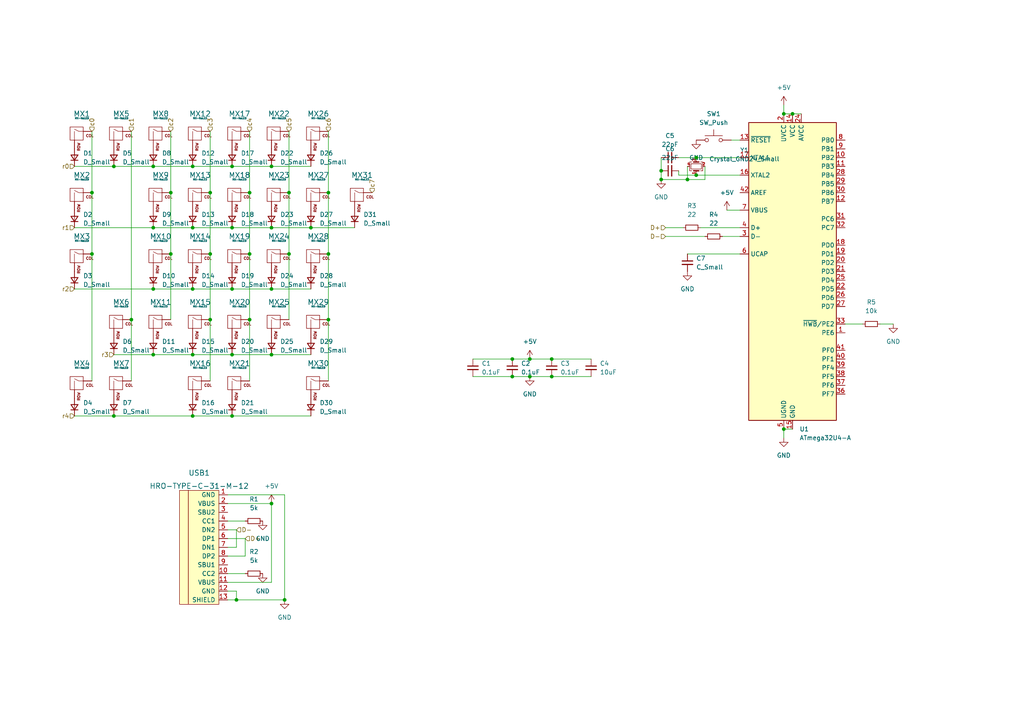
<source format=kicad_sch>
(kicad_sch (version 20211123) (generator eeschema)

  (uuid 778188a3-a017-4274-9473-0fe79d94ec8c)

  (paper "A4")

  (lib_symbols
    (symbol "Device:C_Small" (pin_numbers hide) (pin_names (offset 0.254) hide) (in_bom yes) (on_board yes)
      (property "Reference" "C" (id 0) (at 0.254 1.778 0)
        (effects (font (size 1.27 1.27)) (justify left))
      )
      (property "Value" "C_Small" (id 1) (at 0.254 -2.032 0)
        (effects (font (size 1.27 1.27)) (justify left))
      )
      (property "Footprint" "" (id 2) (at 0 0 0)
        (effects (font (size 1.27 1.27)) hide)
      )
      (property "Datasheet" "~" (id 3) (at 0 0 0)
        (effects (font (size 1.27 1.27)) hide)
      )
      (property "ki_keywords" "capacitor cap" (id 4) (at 0 0 0)
        (effects (font (size 1.27 1.27)) hide)
      )
      (property "ki_description" "Unpolarized capacitor, small symbol" (id 5) (at 0 0 0)
        (effects (font (size 1.27 1.27)) hide)
      )
      (property "ki_fp_filters" "C_*" (id 6) (at 0 0 0)
        (effects (font (size 1.27 1.27)) hide)
      )
      (symbol "C_Small_0_1"
        (polyline
          (pts
            (xy -1.524 -0.508)
            (xy 1.524 -0.508)
          )
          (stroke (width 0.3302) (type default) (color 0 0 0 0))
          (fill (type none))
        )
        (polyline
          (pts
            (xy -1.524 0.508)
            (xy 1.524 0.508)
          )
          (stroke (width 0.3048) (type default) (color 0 0 0 0))
          (fill (type none))
        )
      )
      (symbol "C_Small_1_1"
        (pin passive line (at 0 2.54 270) (length 2.032)
          (name "~" (effects (font (size 1.27 1.27))))
          (number "1" (effects (font (size 1.27 1.27))))
        )
        (pin passive line (at 0 -2.54 90) (length 2.032)
          (name "~" (effects (font (size 1.27 1.27))))
          (number "2" (effects (font (size 1.27 1.27))))
        )
      )
    )
    (symbol "Device:Crystal_GND24_Small" (pin_names (offset 1.016) hide) (in_bom yes) (on_board yes)
      (property "Reference" "Y" (id 0) (at 1.27 4.445 0)
        (effects (font (size 1.27 1.27)) (justify left))
      )
      (property "Value" "Crystal_GND24_Small" (id 1) (at 1.27 2.54 0)
        (effects (font (size 1.27 1.27)) (justify left))
      )
      (property "Footprint" "" (id 2) (at 0 0 0)
        (effects (font (size 1.27 1.27)) hide)
      )
      (property "Datasheet" "~" (id 3) (at 0 0 0)
        (effects (font (size 1.27 1.27)) hide)
      )
      (property "ki_keywords" "quartz ceramic resonator oscillator" (id 4) (at 0 0 0)
        (effects (font (size 1.27 1.27)) hide)
      )
      (property "ki_description" "Four pin crystal, GND on pins 2 and 4, small symbol" (id 5) (at 0 0 0)
        (effects (font (size 1.27 1.27)) hide)
      )
      (property "ki_fp_filters" "Crystal*" (id 6) (at 0 0 0)
        (effects (font (size 1.27 1.27)) hide)
      )
      (symbol "Crystal_GND24_Small_0_1"
        (rectangle (start -0.762 -1.524) (end 0.762 1.524)
          (stroke (width 0) (type default) (color 0 0 0 0))
          (fill (type none))
        )
        (polyline
          (pts
            (xy -1.27 -0.762)
            (xy -1.27 0.762)
          )
          (stroke (width 0.381) (type default) (color 0 0 0 0))
          (fill (type none))
        )
        (polyline
          (pts
            (xy 1.27 -0.762)
            (xy 1.27 0.762)
          )
          (stroke (width 0.381) (type default) (color 0 0 0 0))
          (fill (type none))
        )
        (polyline
          (pts
            (xy -1.27 -1.27)
            (xy -1.27 -1.905)
            (xy 1.27 -1.905)
            (xy 1.27 -1.27)
          )
          (stroke (width 0) (type default) (color 0 0 0 0))
          (fill (type none))
        )
        (polyline
          (pts
            (xy -1.27 1.27)
            (xy -1.27 1.905)
            (xy 1.27 1.905)
            (xy 1.27 1.27)
          )
          (stroke (width 0) (type default) (color 0 0 0 0))
          (fill (type none))
        )
      )
      (symbol "Crystal_GND24_Small_1_1"
        (pin passive line (at -2.54 0 0) (length 1.27)
          (name "1" (effects (font (size 1.27 1.27))))
          (number "1" (effects (font (size 0.762 0.762))))
        )
        (pin passive line (at 0 -2.54 90) (length 0.635)
          (name "2" (effects (font (size 1.27 1.27))))
          (number "2" (effects (font (size 0.762 0.762))))
        )
        (pin passive line (at 2.54 0 180) (length 1.27)
          (name "3" (effects (font (size 1.27 1.27))))
          (number "3" (effects (font (size 0.762 0.762))))
        )
        (pin passive line (at 0 2.54 270) (length 0.635)
          (name "4" (effects (font (size 1.27 1.27))))
          (number "4" (effects (font (size 0.762 0.762))))
        )
      )
    )
    (symbol "Device:D_Small" (pin_numbers hide) (pin_names (offset 0.254) hide) (in_bom yes) (on_board yes)
      (property "Reference" "D" (id 0) (at -1.27 2.032 0)
        (effects (font (size 1.27 1.27)) (justify left))
      )
      (property "Value" "D_Small" (id 1) (at -3.81 -2.032 0)
        (effects (font (size 1.27 1.27)) (justify left))
      )
      (property "Footprint" "" (id 2) (at 0 0 90)
        (effects (font (size 1.27 1.27)) hide)
      )
      (property "Datasheet" "~" (id 3) (at 0 0 90)
        (effects (font (size 1.27 1.27)) hide)
      )
      (property "ki_keywords" "diode" (id 4) (at 0 0 0)
        (effects (font (size 1.27 1.27)) hide)
      )
      (property "ki_description" "Diode, small symbol" (id 5) (at 0 0 0)
        (effects (font (size 1.27 1.27)) hide)
      )
      (property "ki_fp_filters" "TO-???* *_Diode_* *SingleDiode* D_*" (id 6) (at 0 0 0)
        (effects (font (size 1.27 1.27)) hide)
      )
      (symbol "D_Small_0_1"
        (polyline
          (pts
            (xy -0.762 -1.016)
            (xy -0.762 1.016)
          )
          (stroke (width 0.254) (type default) (color 0 0 0 0))
          (fill (type none))
        )
        (polyline
          (pts
            (xy -0.762 0)
            (xy 0.762 0)
          )
          (stroke (width 0) (type default) (color 0 0 0 0))
          (fill (type none))
        )
        (polyline
          (pts
            (xy 0.762 -1.016)
            (xy -0.762 0)
            (xy 0.762 1.016)
            (xy 0.762 -1.016)
          )
          (stroke (width 0.254) (type default) (color 0 0 0 0))
          (fill (type none))
        )
      )
      (symbol "D_Small_1_1"
        (pin passive line (at -2.54 0 0) (length 1.778)
          (name "K" (effects (font (size 1.27 1.27))))
          (number "1" (effects (font (size 1.27 1.27))))
        )
        (pin passive line (at 2.54 0 180) (length 1.778)
          (name "A" (effects (font (size 1.27 1.27))))
          (number "2" (effects (font (size 1.27 1.27))))
        )
      )
    )
    (symbol "Device:R_Small" (pin_numbers hide) (pin_names (offset 0.254) hide) (in_bom yes) (on_board yes)
      (property "Reference" "R" (id 0) (at 0.762 0.508 0)
        (effects (font (size 1.27 1.27)) (justify left))
      )
      (property "Value" "R_Small" (id 1) (at 0.762 -1.016 0)
        (effects (font (size 1.27 1.27)) (justify left))
      )
      (property "Footprint" "" (id 2) (at 0 0 0)
        (effects (font (size 1.27 1.27)) hide)
      )
      (property "Datasheet" "~" (id 3) (at 0 0 0)
        (effects (font (size 1.27 1.27)) hide)
      )
      (property "ki_keywords" "R resistor" (id 4) (at 0 0 0)
        (effects (font (size 1.27 1.27)) hide)
      )
      (property "ki_description" "Resistor, small symbol" (id 5) (at 0 0 0)
        (effects (font (size 1.27 1.27)) hide)
      )
      (property "ki_fp_filters" "R_*" (id 6) (at 0 0 0)
        (effects (font (size 1.27 1.27)) hide)
      )
      (symbol "R_Small_0_1"
        (rectangle (start -0.762 1.778) (end 0.762 -1.778)
          (stroke (width 0.2032) (type default) (color 0 0 0 0))
          (fill (type none))
        )
      )
      (symbol "R_Small_1_1"
        (pin passive line (at 0 2.54 270) (length 0.762)
          (name "~" (effects (font (size 1.27 1.27))))
          (number "1" (effects (font (size 1.27 1.27))))
        )
        (pin passive line (at 0 -2.54 90) (length 0.762)
          (name "~" (effects (font (size 1.27 1.27))))
          (number "2" (effects (font (size 1.27 1.27))))
        )
      )
    )
    (symbol "MCU_Microchip_ATmega:ATmega32U4-A" (in_bom yes) (on_board yes)
      (property "Reference" "U" (id 0) (at -12.7 44.45 0)
        (effects (font (size 1.27 1.27)) (justify left bottom))
      )
      (property "Value" "ATmega32U4-A" (id 1) (at 2.54 -44.45 0)
        (effects (font (size 1.27 1.27)) (justify left top))
      )
      (property "Footprint" "Package_QFP:TQFP-44_10x10mm_P0.8mm" (id 2) (at 0 0 0)
        (effects (font (size 1.27 1.27) italic) hide)
      )
      (property "Datasheet" "http://ww1.microchip.com/downloads/en/DeviceDoc/Atmel-7766-8-bit-AVR-ATmega16U4-32U4_Datasheet.pdf" (id 3) (at 0 0 0)
        (effects (font (size 1.27 1.27)) hide)
      )
      (property "ki_keywords" "AVR 8bit Microcontroller MegaAVR USB" (id 4) (at 0 0 0)
        (effects (font (size 1.27 1.27)) hide)
      )
      (property "ki_description" "16MHz, 32kB Flash, 2.5kB SRAM, 1kB EEPROM, USB 2.0, TQFP-44" (id 5) (at 0 0 0)
        (effects (font (size 1.27 1.27)) hide)
      )
      (property "ki_fp_filters" "TQFP*10x10mm*P0.8mm*" (id 6) (at 0 0 0)
        (effects (font (size 1.27 1.27)) hide)
      )
      (symbol "ATmega32U4-A_0_1"
        (rectangle (start -12.7 -43.18) (end 12.7 43.18)
          (stroke (width 0.254) (type default) (color 0 0 0 0))
          (fill (type background))
        )
      )
      (symbol "ATmega32U4-A_1_1"
        (pin bidirectional line (at 15.24 -17.78 180) (length 2.54)
          (name "PE6" (effects (font (size 1.27 1.27))))
          (number "1" (effects (font (size 1.27 1.27))))
        )
        (pin bidirectional line (at 15.24 33.02 180) (length 2.54)
          (name "PB2" (effects (font (size 1.27 1.27))))
          (number "10" (effects (font (size 1.27 1.27))))
        )
        (pin bidirectional line (at 15.24 30.48 180) (length 2.54)
          (name "PB3" (effects (font (size 1.27 1.27))))
          (number "11" (effects (font (size 1.27 1.27))))
        )
        (pin bidirectional line (at 15.24 20.32 180) (length 2.54)
          (name "PB7" (effects (font (size 1.27 1.27))))
          (number "12" (effects (font (size 1.27 1.27))))
        )
        (pin input line (at -15.24 38.1 0) (length 2.54)
          (name "~{RESET}" (effects (font (size 1.27 1.27))))
          (number "13" (effects (font (size 1.27 1.27))))
        )
        (pin power_in line (at 0 45.72 270) (length 2.54)
          (name "VCC" (effects (font (size 1.27 1.27))))
          (number "14" (effects (font (size 1.27 1.27))))
        )
        (pin power_in line (at 0 -45.72 90) (length 2.54)
          (name "GND" (effects (font (size 1.27 1.27))))
          (number "15" (effects (font (size 1.27 1.27))))
        )
        (pin output line (at -15.24 27.94 0) (length 2.54)
          (name "XTAL2" (effects (font (size 1.27 1.27))))
          (number "16" (effects (font (size 1.27 1.27))))
        )
        (pin input line (at -15.24 33.02 0) (length 2.54)
          (name "XTAL1" (effects (font (size 1.27 1.27))))
          (number "17" (effects (font (size 1.27 1.27))))
        )
        (pin bidirectional line (at 15.24 7.62 180) (length 2.54)
          (name "PD0" (effects (font (size 1.27 1.27))))
          (number "18" (effects (font (size 1.27 1.27))))
        )
        (pin bidirectional line (at 15.24 5.08 180) (length 2.54)
          (name "PD1" (effects (font (size 1.27 1.27))))
          (number "19" (effects (font (size 1.27 1.27))))
        )
        (pin power_in line (at -2.54 45.72 270) (length 2.54)
          (name "UVCC" (effects (font (size 1.27 1.27))))
          (number "2" (effects (font (size 1.27 1.27))))
        )
        (pin bidirectional line (at 15.24 2.54 180) (length 2.54)
          (name "PD2" (effects (font (size 1.27 1.27))))
          (number "20" (effects (font (size 1.27 1.27))))
        )
        (pin bidirectional line (at 15.24 0 180) (length 2.54)
          (name "PD3" (effects (font (size 1.27 1.27))))
          (number "21" (effects (font (size 1.27 1.27))))
        )
        (pin bidirectional line (at 15.24 -5.08 180) (length 2.54)
          (name "PD5" (effects (font (size 1.27 1.27))))
          (number "22" (effects (font (size 1.27 1.27))))
        )
        (pin passive line (at 0 -45.72 90) (length 2.54) hide
          (name "GND" (effects (font (size 1.27 1.27))))
          (number "23" (effects (font (size 1.27 1.27))))
        )
        (pin power_in line (at 2.54 45.72 270) (length 2.54)
          (name "AVCC" (effects (font (size 1.27 1.27))))
          (number "24" (effects (font (size 1.27 1.27))))
        )
        (pin bidirectional line (at 15.24 -2.54 180) (length 2.54)
          (name "PD4" (effects (font (size 1.27 1.27))))
          (number "25" (effects (font (size 1.27 1.27))))
        )
        (pin bidirectional line (at 15.24 -7.62 180) (length 2.54)
          (name "PD6" (effects (font (size 1.27 1.27))))
          (number "26" (effects (font (size 1.27 1.27))))
        )
        (pin bidirectional line (at 15.24 -10.16 180) (length 2.54)
          (name "PD7" (effects (font (size 1.27 1.27))))
          (number "27" (effects (font (size 1.27 1.27))))
        )
        (pin bidirectional line (at 15.24 27.94 180) (length 2.54)
          (name "PB4" (effects (font (size 1.27 1.27))))
          (number "28" (effects (font (size 1.27 1.27))))
        )
        (pin bidirectional line (at 15.24 25.4 180) (length 2.54)
          (name "PB5" (effects (font (size 1.27 1.27))))
          (number "29" (effects (font (size 1.27 1.27))))
        )
        (pin bidirectional line (at -15.24 10.16 0) (length 2.54)
          (name "D-" (effects (font (size 1.27 1.27))))
          (number "3" (effects (font (size 1.27 1.27))))
        )
        (pin bidirectional line (at 15.24 22.86 180) (length 2.54)
          (name "PB6" (effects (font (size 1.27 1.27))))
          (number "30" (effects (font (size 1.27 1.27))))
        )
        (pin bidirectional line (at 15.24 15.24 180) (length 2.54)
          (name "PC6" (effects (font (size 1.27 1.27))))
          (number "31" (effects (font (size 1.27 1.27))))
        )
        (pin bidirectional line (at 15.24 12.7 180) (length 2.54)
          (name "PC7" (effects (font (size 1.27 1.27))))
          (number "32" (effects (font (size 1.27 1.27))))
        )
        (pin bidirectional line (at 15.24 -15.24 180) (length 2.54)
          (name "~{HWB}/PE2" (effects (font (size 1.27 1.27))))
          (number "33" (effects (font (size 1.27 1.27))))
        )
        (pin passive line (at 0 45.72 270) (length 2.54) hide
          (name "VCC" (effects (font (size 1.27 1.27))))
          (number "34" (effects (font (size 1.27 1.27))))
        )
        (pin passive line (at 0 -45.72 90) (length 2.54) hide
          (name "GND" (effects (font (size 1.27 1.27))))
          (number "35" (effects (font (size 1.27 1.27))))
        )
        (pin bidirectional line (at 15.24 -35.56 180) (length 2.54)
          (name "PF7" (effects (font (size 1.27 1.27))))
          (number "36" (effects (font (size 1.27 1.27))))
        )
        (pin bidirectional line (at 15.24 -33.02 180) (length 2.54)
          (name "PF6" (effects (font (size 1.27 1.27))))
          (number "37" (effects (font (size 1.27 1.27))))
        )
        (pin bidirectional line (at 15.24 -30.48 180) (length 2.54)
          (name "PF5" (effects (font (size 1.27 1.27))))
          (number "38" (effects (font (size 1.27 1.27))))
        )
        (pin bidirectional line (at 15.24 -27.94 180) (length 2.54)
          (name "PF4" (effects (font (size 1.27 1.27))))
          (number "39" (effects (font (size 1.27 1.27))))
        )
        (pin bidirectional line (at -15.24 12.7 0) (length 2.54)
          (name "D+" (effects (font (size 1.27 1.27))))
          (number "4" (effects (font (size 1.27 1.27))))
        )
        (pin bidirectional line (at 15.24 -25.4 180) (length 2.54)
          (name "PF1" (effects (font (size 1.27 1.27))))
          (number "40" (effects (font (size 1.27 1.27))))
        )
        (pin bidirectional line (at 15.24 -22.86 180) (length 2.54)
          (name "PF0" (effects (font (size 1.27 1.27))))
          (number "41" (effects (font (size 1.27 1.27))))
        )
        (pin passive line (at -15.24 22.86 0) (length 2.54)
          (name "AREF" (effects (font (size 1.27 1.27))))
          (number "42" (effects (font (size 1.27 1.27))))
        )
        (pin passive line (at 0 -45.72 90) (length 2.54) hide
          (name "GND" (effects (font (size 1.27 1.27))))
          (number "43" (effects (font (size 1.27 1.27))))
        )
        (pin passive line (at 2.54 45.72 270) (length 2.54) hide
          (name "AVCC" (effects (font (size 1.27 1.27))))
          (number "44" (effects (font (size 1.27 1.27))))
        )
        (pin passive line (at -2.54 -45.72 90) (length 2.54)
          (name "UGND" (effects (font (size 1.27 1.27))))
          (number "5" (effects (font (size 1.27 1.27))))
        )
        (pin passive line (at -15.24 5.08 0) (length 2.54)
          (name "UCAP" (effects (font (size 1.27 1.27))))
          (number "6" (effects (font (size 1.27 1.27))))
        )
        (pin input line (at -15.24 17.78 0) (length 2.54)
          (name "VBUS" (effects (font (size 1.27 1.27))))
          (number "7" (effects (font (size 1.27 1.27))))
        )
        (pin bidirectional line (at 15.24 38.1 180) (length 2.54)
          (name "PB0" (effects (font (size 1.27 1.27))))
          (number "8" (effects (font (size 1.27 1.27))))
        )
        (pin bidirectional line (at 15.24 35.56 180) (length 2.54)
          (name "PB1" (effects (font (size 1.27 1.27))))
          (number "9" (effects (font (size 1.27 1.27))))
        )
      )
    )
    (symbol "MX_Alps_Hybrid:MX-NoLED" (pin_names (offset 1.016)) (in_bom yes) (on_board yes)
      (property "Reference" "MX" (id 0) (at -0.635 3.81 0)
        (effects (font (size 1.524 1.524)))
      )
      (property "Value" "MX-NoLED" (id 1) (at -0.635 1.27 0)
        (effects (font (size 0.508 0.508)))
      )
      (property "Footprint" "" (id 2) (at -15.875 -0.635 0)
        (effects (font (size 1.524 1.524)) hide)
      )
      (property "Datasheet" "" (id 3) (at -15.875 -0.635 0)
        (effects (font (size 1.524 1.524)) hide)
      )
      (symbol "MX-NoLED_0_0"
        (rectangle (start -2.54 2.54) (end 1.27 -1.27)
          (stroke (width 0) (type default) (color 0 0 0 0))
          (fill (type none))
        )
        (polyline
          (pts
            (xy -1.27 -1.27)
            (xy -1.27 1.27)
          )
          (stroke (width 0.127) (type default) (color 0 0 0 0))
          (fill (type none))
        )
        (polyline
          (pts
            (xy 1.27 1.27)
            (xy 0 1.27)
            (xy -1.27 1.905)
          )
          (stroke (width 0.127) (type default) (color 0 0 0 0))
          (fill (type none))
        )
        (text "COL" (at 3.175 0 0)
          (effects (font (size 0.762 0.762)))
        )
        (text "ROW" (at 0 -1.905 900)
          (effects (font (size 0.762 0.762)) (justify right))
        )
      )
      (symbol "MX-NoLED_1_1"
        (pin passive line (at 3.81 1.27 180) (length 2.54)
          (name "COL" (effects (font (size 0 0))))
          (number "1" (effects (font (size 0 0))))
        )
        (pin passive line (at -1.27 -3.81 90) (length 2.54)
          (name "ROW" (effects (font (size 0 0))))
          (number "2" (effects (font (size 0 0))))
        )
      )
    )
    (symbol "Switch:SW_Push" (pin_numbers hide) (pin_names (offset 1.016) hide) (in_bom yes) (on_board yes)
      (property "Reference" "SW" (id 0) (at 1.27 2.54 0)
        (effects (font (size 1.27 1.27)) (justify left))
      )
      (property "Value" "SW_Push" (id 1) (at 0 -1.524 0)
        (effects (font (size 1.27 1.27)))
      )
      (property "Footprint" "" (id 2) (at 0 5.08 0)
        (effects (font (size 1.27 1.27)) hide)
      )
      (property "Datasheet" "~" (id 3) (at 0 5.08 0)
        (effects (font (size 1.27 1.27)) hide)
      )
      (property "ki_keywords" "switch normally-open pushbutton push-button" (id 4) (at 0 0 0)
        (effects (font (size 1.27 1.27)) hide)
      )
      (property "ki_description" "Push button switch, generic, two pins" (id 5) (at 0 0 0)
        (effects (font (size 1.27 1.27)) hide)
      )
      (symbol "SW_Push_0_1"
        (circle (center -2.032 0) (radius 0.508)
          (stroke (width 0) (type default) (color 0 0 0 0))
          (fill (type none))
        )
        (polyline
          (pts
            (xy 0 1.27)
            (xy 0 3.048)
          )
          (stroke (width 0) (type default) (color 0 0 0 0))
          (fill (type none))
        )
        (polyline
          (pts
            (xy 2.54 1.27)
            (xy -2.54 1.27)
          )
          (stroke (width 0) (type default) (color 0 0 0 0))
          (fill (type none))
        )
        (circle (center 2.032 0) (radius 0.508)
          (stroke (width 0) (type default) (color 0 0 0 0))
          (fill (type none))
        )
        (pin passive line (at -5.08 0 0) (length 2.54)
          (name "1" (effects (font (size 1.27 1.27))))
          (number "1" (effects (font (size 1.27 1.27))))
        )
        (pin passive line (at 5.08 0 180) (length 2.54)
          (name "2" (effects (font (size 1.27 1.27))))
          (number "2" (effects (font (size 1.27 1.27))))
        )
      )
    )
    (symbol "Type-C:HRO-TYPE-C-31-M-12" (pin_names (offset 1.016)) (in_bom yes) (on_board yes)
      (property "Reference" "USB" (id 0) (at -5.08 16.51 0)
        (effects (font (size 1.524 1.524)))
      )
      (property "Value" "HRO-TYPE-C-31-M-12" (id 1) (at -10.16 -1.27 90)
        (effects (font (size 1.524 1.524)))
      )
      (property "Footprint" "" (id 2) (at 0 0 0)
        (effects (font (size 1.524 1.524)) hide)
      )
      (property "Datasheet" "" (id 3) (at 0 0 0)
        (effects (font (size 1.524 1.524)) hide)
      )
      (symbol "HRO-TYPE-C-31-M-12_0_1"
        (rectangle (start -11.43 15.24) (end -8.89 -17.78)
          (stroke (width 0) (type default) (color 0 0 0 0))
          (fill (type background))
        )
        (rectangle (start 0 -17.78) (end -8.89 15.24)
          (stroke (width 0) (type default) (color 0 0 0 0))
          (fill (type background))
        )
      )
      (symbol "HRO-TYPE-C-31-M-12_1_1"
        (pin input line (at 2.54 13.97 180) (length 2.54)
          (name "GND" (effects (font (size 1.27 1.27))))
          (number "1" (effects (font (size 1.27 1.27))))
        )
        (pin input line (at 2.54 -8.89 180) (length 2.54)
          (name "CC2" (effects (font (size 1.27 1.27))))
          (number "10" (effects (font (size 1.27 1.27))))
        )
        (pin input line (at 2.54 -11.43 180) (length 2.54)
          (name "VBUS" (effects (font (size 1.27 1.27))))
          (number "11" (effects (font (size 1.27 1.27))))
        )
        (pin input line (at 2.54 -13.97 180) (length 2.54)
          (name "GND" (effects (font (size 1.27 1.27))))
          (number "12" (effects (font (size 1.27 1.27))))
        )
        (pin input line (at 2.54 -16.51 180) (length 2.54)
          (name "SHIELD" (effects (font (size 1.27 1.27))))
          (number "13" (effects (font (size 1.27 1.27))))
        )
        (pin input line (at 2.54 11.43 180) (length 2.54)
          (name "VBUS" (effects (font (size 1.27 1.27))))
          (number "2" (effects (font (size 1.27 1.27))))
        )
        (pin input line (at 2.54 8.89 180) (length 2.54)
          (name "SBU2" (effects (font (size 1.27 1.27))))
          (number "3" (effects (font (size 1.27 1.27))))
        )
        (pin input line (at 2.54 6.35 180) (length 2.54)
          (name "CC1" (effects (font (size 1.27 1.27))))
          (number "4" (effects (font (size 1.27 1.27))))
        )
        (pin input line (at 2.54 3.81 180) (length 2.54)
          (name "DN2" (effects (font (size 1.27 1.27))))
          (number "5" (effects (font (size 1.27 1.27))))
        )
        (pin input line (at 2.54 1.27 180) (length 2.54)
          (name "DP1" (effects (font (size 1.27 1.27))))
          (number "6" (effects (font (size 1.27 1.27))))
        )
        (pin input line (at 2.54 -1.27 180) (length 2.54)
          (name "DN1" (effects (font (size 1.27 1.27))))
          (number "7" (effects (font (size 1.27 1.27))))
        )
        (pin input line (at 2.54 -3.81 180) (length 2.54)
          (name "DP2" (effects (font (size 1.27 1.27))))
          (number "8" (effects (font (size 1.27 1.27))))
        )
        (pin input line (at 2.54 -6.35 180) (length 2.54)
          (name "SBU1" (effects (font (size 1.27 1.27))))
          (number "9" (effects (font (size 1.27 1.27))))
        )
      )
    )
    (symbol "power:+5V" (power) (pin_names (offset 0)) (in_bom yes) (on_board yes)
      (property "Reference" "#PWR" (id 0) (at 0 -3.81 0)
        (effects (font (size 1.27 1.27)) hide)
      )
      (property "Value" "+5V" (id 1) (at 0 3.556 0)
        (effects (font (size 1.27 1.27)))
      )
      (property "Footprint" "" (id 2) (at 0 0 0)
        (effects (font (size 1.27 1.27)) hide)
      )
      (property "Datasheet" "" (id 3) (at 0 0 0)
        (effects (font (size 1.27 1.27)) hide)
      )
      (property "ki_keywords" "power-flag" (id 4) (at 0 0 0)
        (effects (font (size 1.27 1.27)) hide)
      )
      (property "ki_description" "Power symbol creates a global label with name \"+5V\"" (id 5) (at 0 0 0)
        (effects (font (size 1.27 1.27)) hide)
      )
      (symbol "+5V_0_1"
        (polyline
          (pts
            (xy -0.762 1.27)
            (xy 0 2.54)
          )
          (stroke (width 0) (type default) (color 0 0 0 0))
          (fill (type none))
        )
        (polyline
          (pts
            (xy 0 0)
            (xy 0 2.54)
          )
          (stroke (width 0) (type default) (color 0 0 0 0))
          (fill (type none))
        )
        (polyline
          (pts
            (xy 0 2.54)
            (xy 0.762 1.27)
          )
          (stroke (width 0) (type default) (color 0 0 0 0))
          (fill (type none))
        )
      )
      (symbol "+5V_1_1"
        (pin power_in line (at 0 0 90) (length 0) hide
          (name "+5V" (effects (font (size 1.27 1.27))))
          (number "1" (effects (font (size 1.27 1.27))))
        )
      )
    )
    (symbol "power:GND" (power) (pin_names (offset 0)) (in_bom yes) (on_board yes)
      (property "Reference" "#PWR" (id 0) (at 0 -6.35 0)
        (effects (font (size 1.27 1.27)) hide)
      )
      (property "Value" "GND" (id 1) (at 0 -3.81 0)
        (effects (font (size 1.27 1.27)))
      )
      (property "Footprint" "" (id 2) (at 0 0 0)
        (effects (font (size 1.27 1.27)) hide)
      )
      (property "Datasheet" "" (id 3) (at 0 0 0)
        (effects (font (size 1.27 1.27)) hide)
      )
      (property "ki_keywords" "power-flag" (id 4) (at 0 0 0)
        (effects (font (size 1.27 1.27)) hide)
      )
      (property "ki_description" "Power symbol creates a global label with name \"GND\" , ground" (id 5) (at 0 0 0)
        (effects (font (size 1.27 1.27)) hide)
      )
      (symbol "GND_0_1"
        (polyline
          (pts
            (xy 0 0)
            (xy 0 -1.27)
            (xy 1.27 -1.27)
            (xy 0 -2.54)
            (xy -1.27 -1.27)
            (xy 0 -1.27)
          )
          (stroke (width 0) (type default) (color 0 0 0 0))
          (fill (type none))
        )
      )
      (symbol "GND_1_1"
        (pin power_in line (at 0 0 270) (length 0) hide
          (name "GND" (effects (font (size 1.27 1.27))))
          (number "1" (effects (font (size 1.27 1.27))))
        )
      )
    )
  )

  (junction (at 33.02 48.26) (diameter 0) (color 0 0 0 0)
    (uuid 094db98c-65d7-4166-9ce5-cbf1d86fd002)
  )
  (junction (at 227.33 124.46) (diameter 0) (color 0 0 0 0)
    (uuid 196f3b3d-e805-4a98-96e8-ebbf0c08b9cd)
  )
  (junction (at 33.02 120.65) (diameter 0) (color 0 0 0 0)
    (uuid 1eaff302-f58a-485a-9c4c-105b73961a5e)
  )
  (junction (at 153.67 104.14) (diameter 0) (color 0 0 0 0)
    (uuid 1ec38b77-584c-460e-9b4c-4ea372766be2)
  )
  (junction (at 201.93 45.72) (diameter 0) (color 0 0 0 0)
    (uuid 1ed7056c-5b42-4e7c-bc63-499cc02fa590)
  )
  (junction (at 148.59 109.22) (diameter 0) (color 0 0 0 0)
    (uuid 2425cff1-babe-4868-9e59-261baf269f79)
  )
  (junction (at 78.74 48.26) (diameter 0) (color 0 0 0 0)
    (uuid 25a82e3e-6432-4fee-a73f-ee258a4f4161)
  )
  (junction (at 44.45 102.87) (diameter 0) (color 0 0 0 0)
    (uuid 2a8ae28b-d952-4c63-88c6-689c67c43aa5)
  )
  (junction (at 191.77 49.53) (diameter 0) (color 0 0 0 0)
    (uuid 2edeb0a3-24dd-4fcc-bce6-789cdd7646ce)
  )
  (junction (at 55.88 83.82) (diameter 0) (color 0 0 0 0)
    (uuid 3014756a-d8d1-43d3-addd-caa4d8d5d5b9)
  )
  (junction (at 83.82 73.66) (diameter 0) (color 0 0 0 0)
    (uuid 30d97cb4-4b96-4b3c-9735-2c6aeb4ee4b7)
  )
  (junction (at 44.45 83.82) (diameter 0) (color 0 0 0 0)
    (uuid 34ce7573-1b27-4b8d-8b58-fae95dcabff2)
  )
  (junction (at 148.59 104.14) (diameter 0) (color 0 0 0 0)
    (uuid 34d063ca-afe1-425f-8586-5996e9544922)
  )
  (junction (at 60.96 73.66) (diameter 0) (color 0 0 0 0)
    (uuid 356d2ff4-0b31-4d8d-8def-7965c24ca03f)
  )
  (junction (at 26.67 55.88) (diameter 0) (color 0 0 0 0)
    (uuid 4ac435db-ea71-4aae-98de-fab58048e406)
  )
  (junction (at 67.31 66.04) (diameter 0) (color 0 0 0 0)
    (uuid 4ad66920-ca79-497c-bf67-1d740a557faf)
  )
  (junction (at 78.74 102.87) (diameter 0) (color 0 0 0 0)
    (uuid 4e023a29-4090-4cbf-9ff6-0fe5e9b4b617)
  )
  (junction (at 191.77 52.07) (diameter 0) (color 0 0 0 0)
    (uuid 522b6a60-2e82-4d4d-9590-23be3d8f42e2)
  )
  (junction (at 67.31 102.87) (diameter 0) (color 0 0 0 0)
    (uuid 54152d9e-40dd-49c2-84f6-e29e8659bff9)
  )
  (junction (at 67.31 48.26) (diameter 0) (color 0 0 0 0)
    (uuid 58afa6ca-2ceb-409b-823c-6ce902bed223)
  )
  (junction (at 55.88 102.87) (diameter 0) (color 0 0 0 0)
    (uuid 5c19d8fe-8bba-46c4-a9cd-c7e41ca53e8d)
  )
  (junction (at 60.96 55.88) (diameter 0) (color 0 0 0 0)
    (uuid 5f5cae95-1e65-4637-8afd-e6e638251dda)
  )
  (junction (at 95.25 55.88) (diameter 0) (color 0 0 0 0)
    (uuid 6761b3ff-981a-402a-961a-b8071321dfa2)
  )
  (junction (at 160.02 109.22) (diameter 0) (color 0 0 0 0)
    (uuid 6b50b0d6-f074-457c-9de6-493099e4524f)
  )
  (junction (at 67.31 83.82) (diameter 0) (color 0 0 0 0)
    (uuid 6dfafc2a-506a-4cc9-92ba-2d8eaf0b5f0a)
  )
  (junction (at 44.45 66.04) (diameter 0) (color 0 0 0 0)
    (uuid 6f8ac904-cf96-4d37-87d4-ec9a639d0d14)
  )
  (junction (at 95.25 73.66) (diameter 0) (color 0 0 0 0)
    (uuid 6fb6bbe9-279e-4ab8-8e30-28c34bf85301)
  )
  (junction (at 55.88 48.26) (diameter 0) (color 0 0 0 0)
    (uuid 70c58e0c-b414-4ea4-acb8-60c6d892ec30)
  )
  (junction (at 68.58 173.99) (diameter 0) (color 0 0 0 0)
    (uuid 7172b17f-c076-46c8-9a9d-037f59ad3793)
  )
  (junction (at 199.39 52.07) (diameter 0) (color 0 0 0 0)
    (uuid 72865fc1-64f6-49e6-a337-4de603a42e09)
  )
  (junction (at 49.53 73.66) (diameter 0) (color 0 0 0 0)
    (uuid 73332c25-b998-48dd-ab5b-b668f75b2af9)
  )
  (junction (at 72.39 73.66) (diameter 0) (color 0 0 0 0)
    (uuid 794914c3-32fc-4349-a9f4-cde21f6c1897)
  )
  (junction (at 49.53 55.88) (diameter 0) (color 0 0 0 0)
    (uuid 8c94cc84-98ae-49a3-9f52-35269f079b90)
  )
  (junction (at 67.31 120.65) (diameter 0) (color 0 0 0 0)
    (uuid 91435220-373e-44a4-87bd-d207708c511f)
  )
  (junction (at 160.02 104.14) (diameter 0) (color 0 0 0 0)
    (uuid 9e52f8a9-b021-4151-8141-c3090baf0b78)
  )
  (junction (at 153.67 109.22) (diameter 0) (color 0 0 0 0)
    (uuid 9e79d2ec-6046-4214-b236-f12cee879b58)
  )
  (junction (at 229.87 33.02) (diameter 0) (color 0 0 0 0)
    (uuid a35d2712-a082-485a-ac31-37bdf3f7bec9)
  )
  (junction (at 55.88 120.65) (diameter 0) (color 0 0 0 0)
    (uuid ad62d1f1-08b0-44c8-b88d-0947695dceef)
  )
  (junction (at 82.55 173.99) (diameter 0) (color 0 0 0 0)
    (uuid af7957f5-3f75-4553-842d-1a1001d0ed0a)
  )
  (junction (at 90.17 66.04) (diameter 0) (color 0 0 0 0)
    (uuid b325c4ad-c022-4175-b25f-1dc3ce1a6cd1)
  )
  (junction (at 55.88 66.04) (diameter 0) (color 0 0 0 0)
    (uuid b9a05db8-edf8-4770-8ee0-e5ab633d42a2)
  )
  (junction (at 95.25 92.71) (diameter 0) (color 0 0 0 0)
    (uuid bfc91a0a-e0e6-4ffa-b691-1820b942220f)
  )
  (junction (at 201.93 50.8) (diameter 0) (color 0 0 0 0)
    (uuid c268e8d0-fcb3-491c-a601-95a0e0bb4303)
  )
  (junction (at 83.82 55.88) (diameter 0) (color 0 0 0 0)
    (uuid cfed5739-5b64-4cf6-8028-caba25aae112)
  )
  (junction (at 38.1 92.71) (diameter 0) (color 0 0 0 0)
    (uuid d5ac2a1f-0e45-4c09-8999-d490468df218)
  )
  (junction (at 26.67 73.66) (diameter 0) (color 0 0 0 0)
    (uuid d626f9ab-3944-4558-a2c4-a9b8bf913edb)
  )
  (junction (at 78.74 146.05) (diameter 0) (color 0 0 0 0)
    (uuid e35e910a-b063-4a08-a59e-7bc4f83e89a7)
  )
  (junction (at 78.74 66.04) (diameter 0) (color 0 0 0 0)
    (uuid e367e3d4-e0ca-41fe-9acb-8ff2035e66ca)
  )
  (junction (at 72.39 55.88) (diameter 0) (color 0 0 0 0)
    (uuid e7344cab-0a07-4dc7-84fc-2518ea8fcf95)
  )
  (junction (at 78.74 83.82) (diameter 0) (color 0 0 0 0)
    (uuid ea13bafd-807e-4504-8042-e95921d6c591)
  )
  (junction (at 72.39 92.71) (diameter 0) (color 0 0 0 0)
    (uuid f589c7c8-bd18-41c8-90e3-71f1bb4213d0)
  )
  (junction (at 227.33 33.02) (diameter 0) (color 0 0 0 0)
    (uuid f77ede94-04f2-4c8c-88f3-a72142d73df9)
  )
  (junction (at 60.96 92.71) (diameter 0) (color 0 0 0 0)
    (uuid fa48ad46-4523-4768-9cb5-3982435c5eae)
  )
  (junction (at 44.45 48.26) (diameter 0) (color 0 0 0 0)
    (uuid fc6e8177-1f3d-4bb7-958f-e90fe10a7f94)
  )

  (wire (pts (xy 201.93 50.8) (xy 214.63 50.8))
    (stroke (width 0) (type default) (color 0 0 0 0))
    (uuid 03355d7c-c90e-4dff-995e-2991410e05a7)
  )
  (wire (pts (xy 26.67 73.66) (xy 26.67 110.49))
    (stroke (width 0) (type default) (color 0 0 0 0))
    (uuid 036f1952-ebca-4aa0-95e7-f4ddd860fbbd)
  )
  (wire (pts (xy 160.02 109.22) (xy 171.45 109.22))
    (stroke (width 0) (type default) (color 0 0 0 0))
    (uuid 0808d18c-9197-4079-8cd8-203d00df059d)
  )
  (wire (pts (xy 71.12 161.29) (xy 66.04 161.29))
    (stroke (width 0) (type default) (color 0 0 0 0))
    (uuid 0895de79-0720-498c-aa97-4acbe6dbe73e)
  )
  (wire (pts (xy 191.77 52.07) (xy 199.39 52.07))
    (stroke (width 0) (type default) (color 0 0 0 0))
    (uuid 0dac7c2d-4d5d-4456-a0f0-02ae8e496d01)
  )
  (wire (pts (xy 67.31 48.26) (xy 78.74 48.26))
    (stroke (width 0) (type default) (color 0 0 0 0))
    (uuid 0ff72df0-6e2a-44d3-ae28-05a2c5556ce0)
  )
  (wire (pts (xy 66.04 156.21) (xy 71.12 156.21))
    (stroke (width 0) (type default) (color 0 0 0 0))
    (uuid 12710482-a338-48a6-94ec-0d91bb43851a)
  )
  (wire (pts (xy 191.77 49.53) (xy 191.77 52.07))
    (stroke (width 0) (type default) (color 0 0 0 0))
    (uuid 18b75d0e-7719-4fdb-bdc2-da06c2f57196)
  )
  (wire (pts (xy 82.55 143.51) (xy 82.55 173.99))
    (stroke (width 0) (type default) (color 0 0 0 0))
    (uuid 1b2caa52-f94f-4e97-bd40-63de37001d88)
  )
  (wire (pts (xy 196.85 50.8) (xy 201.93 50.8))
    (stroke (width 0) (type default) (color 0 0 0 0))
    (uuid 1c1e7d46-56eb-4504-b4b3-73cd86f4d197)
  )
  (wire (pts (xy 66.04 153.67) (xy 68.58 153.67))
    (stroke (width 0) (type default) (color 0 0 0 0))
    (uuid 23744d14-b9b9-4a77-8e27-7b0242d23dcf)
  )
  (wire (pts (xy 227.33 30.48) (xy 227.33 33.02))
    (stroke (width 0) (type default) (color 0 0 0 0))
    (uuid 24a414be-1ed6-440d-873d-3613774df587)
  )
  (wire (pts (xy 66.04 171.45) (xy 68.58 171.45))
    (stroke (width 0) (type default) (color 0 0 0 0))
    (uuid 2ae7e680-f818-4e6a-858c-543591f03d4b)
  )
  (wire (pts (xy 33.02 48.26) (xy 44.45 48.26))
    (stroke (width 0) (type default) (color 0 0 0 0))
    (uuid 2bbebea1-1f0f-4bf5-a6f7-439b340eaaeb)
  )
  (wire (pts (xy 95.25 92.71) (xy 95.25 110.49))
    (stroke (width 0) (type default) (color 0 0 0 0))
    (uuid 2d76a400-208a-407e-b9ac-a434443be059)
  )
  (wire (pts (xy 55.88 48.26) (xy 67.31 48.26))
    (stroke (width 0) (type default) (color 0 0 0 0))
    (uuid 341d9879-077e-49ff-b60f-9a4827857420)
  )
  (wire (pts (xy 95.25 38.1) (xy 95.25 55.88))
    (stroke (width 0) (type default) (color 0 0 0 0))
    (uuid 3ed1c6df-d450-47b5-8085-92977ecf7065)
  )
  (wire (pts (xy 191.77 45.72) (xy 191.77 49.53))
    (stroke (width 0) (type default) (color 0 0 0 0))
    (uuid 3eee66bf-3301-489d-bb4b-2cf27d5728ac)
  )
  (wire (pts (xy 33.02 102.87) (xy 44.45 102.87))
    (stroke (width 0) (type default) (color 0 0 0 0))
    (uuid 48deb0a4-e788-4919-9bcf-d4f5f36123dc)
  )
  (wire (pts (xy 55.88 83.82) (xy 67.31 83.82))
    (stroke (width 0) (type default) (color 0 0 0 0))
    (uuid 4d04ec76-6aee-4185-a422-570d93cc0e1b)
  )
  (wire (pts (xy 193.04 68.58) (xy 204.47 68.58))
    (stroke (width 0) (type default) (color 0 0 0 0))
    (uuid 4dfc10c2-b030-418d-b544-ae8ff1a5efeb)
  )
  (wire (pts (xy 71.12 156.21) (xy 71.12 161.29))
    (stroke (width 0) (type default) (color 0 0 0 0))
    (uuid 4e554974-a2e8-4770-ad47-17264295dcf4)
  )
  (wire (pts (xy 148.59 109.22) (xy 153.67 109.22))
    (stroke (width 0) (type default) (color 0 0 0 0))
    (uuid 5166f1a9-581a-419a-9cae-087dcda43135)
  )
  (wire (pts (xy 137.16 109.22) (xy 148.59 109.22))
    (stroke (width 0) (type default) (color 0 0 0 0))
    (uuid 5707400b-0810-4d37-967e-fc7dfb68e401)
  )
  (wire (pts (xy 203.2 66.04) (xy 214.63 66.04))
    (stroke (width 0) (type default) (color 0 0 0 0))
    (uuid 5854dcfe-cd89-43f1-b0bf-1d0b2eabb8aa)
  )
  (wire (pts (xy 60.96 73.66) (xy 60.96 92.71))
    (stroke (width 0) (type default) (color 0 0 0 0))
    (uuid 5bcc21ee-961b-40b1-9715-1e19e9a55dcf)
  )
  (wire (pts (xy 201.93 45.72) (xy 214.63 45.72))
    (stroke (width 0) (type default) (color 0 0 0 0))
    (uuid 5ca8017b-0315-411d-91e5-a723954c8ae9)
  )
  (wire (pts (xy 245.11 93.98) (xy 250.19 93.98))
    (stroke (width 0) (type default) (color 0 0 0 0))
    (uuid 60ec468b-3aac-4a89-8898-705ae9bbc16b)
  )
  (wire (pts (xy 196.85 49.53) (xy 196.85 50.8))
    (stroke (width 0) (type default) (color 0 0 0 0))
    (uuid 6126e0cd-00ea-4f1f-a674-568749c2e810)
  )
  (wire (pts (xy 78.74 66.04) (xy 90.17 66.04))
    (stroke (width 0) (type default) (color 0 0 0 0))
    (uuid 61e284c9-d12f-48cd-aef0-b357168de60c)
  )
  (wire (pts (xy 55.88 66.04) (xy 67.31 66.04))
    (stroke (width 0) (type default) (color 0 0 0 0))
    (uuid 6257090f-68b9-4c2f-bfb3-859f8fb03a73)
  )
  (wire (pts (xy 90.17 66.04) (xy 102.87 66.04))
    (stroke (width 0) (type default) (color 0 0 0 0))
    (uuid 6328fbd0-1767-4c3d-afb5-9980d0ef3320)
  )
  (wire (pts (xy 95.25 55.88) (xy 95.25 73.66))
    (stroke (width 0) (type default) (color 0 0 0 0))
    (uuid 63e731f1-1eef-4ebd-9815-0214a2b8fb33)
  )
  (wire (pts (xy 66.04 166.37) (xy 71.12 166.37))
    (stroke (width 0) (type default) (color 0 0 0 0))
    (uuid 64849e5a-f2e5-4c12-aa90-64e8e913113b)
  )
  (wire (pts (xy 199.39 73.66) (xy 214.63 73.66))
    (stroke (width 0) (type default) (color 0 0 0 0))
    (uuid 66af5527-f1a9-4234-9178-31f2f0ab0fe1)
  )
  (wire (pts (xy 83.82 73.66) (xy 83.82 92.71))
    (stroke (width 0) (type default) (color 0 0 0 0))
    (uuid 6a3e10be-d9fd-4595-a2ca-a7540f7cc9d7)
  )
  (wire (pts (xy 60.96 38.1) (xy 60.96 55.88))
    (stroke (width 0) (type default) (color 0 0 0 0))
    (uuid 6d213d6f-57ba-46bd-8d74-6c7b6c1c29fd)
  )
  (wire (pts (xy 153.67 109.22) (xy 160.02 109.22))
    (stroke (width 0) (type default) (color 0 0 0 0))
    (uuid 6d45112c-3e90-42a8-9d2a-7bdec3c16e83)
  )
  (wire (pts (xy 21.59 48.26) (xy 33.02 48.26))
    (stroke (width 0) (type default) (color 0 0 0 0))
    (uuid 70fe3040-f42d-4b14-81b6-e08085bf1af9)
  )
  (wire (pts (xy 21.59 83.82) (xy 44.45 83.82))
    (stroke (width 0) (type default) (color 0 0 0 0))
    (uuid 71da0fe4-7f3b-4af7-ba35-7b2e6b4f5020)
  )
  (wire (pts (xy 210.82 60.96) (xy 214.63 60.96))
    (stroke (width 0) (type default) (color 0 0 0 0))
    (uuid 78e43d08-71d9-4c2c-8945-1f012e729890)
  )
  (wire (pts (xy 227.33 124.46) (xy 227.33 127))
    (stroke (width 0) (type default) (color 0 0 0 0))
    (uuid 78e44a99-2f05-4db3-bc80-2d98dedebfdc)
  )
  (wire (pts (xy 160.02 104.14) (xy 171.45 104.14))
    (stroke (width 0) (type default) (color 0 0 0 0))
    (uuid 79415c40-0349-4ba0-bf86-739042efafad)
  )
  (wire (pts (xy 68.58 153.67) (xy 68.58 158.75))
    (stroke (width 0) (type default) (color 0 0 0 0))
    (uuid 84d66cfe-1f7f-439e-8ae9-2ce0ab8830a1)
  )
  (wire (pts (xy 72.39 73.66) (xy 72.39 92.71))
    (stroke (width 0) (type default) (color 0 0 0 0))
    (uuid 8639af40-91cc-456d-b3c5-e72861051f25)
  )
  (wire (pts (xy 44.45 48.26) (xy 55.88 48.26))
    (stroke (width 0) (type default) (color 0 0 0 0))
    (uuid 879164eb-de2d-4050-8a7b-f77ce43f0362)
  )
  (wire (pts (xy 229.87 33.02) (xy 232.41 33.02))
    (stroke (width 0) (type default) (color 0 0 0 0))
    (uuid 89d6c596-2d76-47ff-8e60-6e2e78f2196c)
  )
  (wire (pts (xy 66.04 168.91) (xy 78.74 168.91))
    (stroke (width 0) (type default) (color 0 0 0 0))
    (uuid 8b203fa9-9158-4579-9297-321d86ddb81e)
  )
  (wire (pts (xy 26.67 55.88) (xy 26.67 73.66))
    (stroke (width 0) (type default) (color 0 0 0 0))
    (uuid 8fa30b20-bf70-43fd-9969-87d81bdc02b7)
  )
  (wire (pts (xy 38.1 92.71) (xy 38.1 110.49))
    (stroke (width 0) (type default) (color 0 0 0 0))
    (uuid 8fb56cd1-306d-4335-8fdc-1cace5a1b61b)
  )
  (wire (pts (xy 212.09 40.64) (xy 214.63 40.64))
    (stroke (width 0) (type default) (color 0 0 0 0))
    (uuid 90d0bf24-18bc-4918-a148-05a3395b9d2f)
  )
  (wire (pts (xy 199.39 52.07) (xy 204.47 52.07))
    (stroke (width 0) (type default) (color 0 0 0 0))
    (uuid 91b71836-a63d-4246-a4c7-1797338adde7)
  )
  (wire (pts (xy 55.88 102.87) (xy 67.31 102.87))
    (stroke (width 0) (type default) (color 0 0 0 0))
    (uuid 91cfd685-aaab-467a-bb73-d81c29991602)
  )
  (wire (pts (xy 68.58 158.75) (xy 66.04 158.75))
    (stroke (width 0) (type default) (color 0 0 0 0))
    (uuid 94e4af0c-d3e8-4537-bc68-86575e09a1fa)
  )
  (wire (pts (xy 78.74 168.91) (xy 78.74 146.05))
    (stroke (width 0) (type default) (color 0 0 0 0))
    (uuid 985b73a7-ad80-4cb3-9bdb-994e825562ed)
  )
  (wire (pts (xy 44.45 102.87) (xy 55.88 102.87))
    (stroke (width 0) (type default) (color 0 0 0 0))
    (uuid 9a5f76f8-f03e-4040-a106-945a1d0b6fce)
  )
  (wire (pts (xy 66.04 143.51) (xy 82.55 143.51))
    (stroke (width 0) (type default) (color 0 0 0 0))
    (uuid 9c7a5b76-9067-441c-991d-7ebab8a1bbb3)
  )
  (wire (pts (xy 21.59 120.65) (xy 33.02 120.65))
    (stroke (width 0) (type default) (color 0 0 0 0))
    (uuid 9d72fff9-150a-4e96-a23e-e040b366f9bc)
  )
  (wire (pts (xy 204.47 48.26) (xy 204.47 52.07))
    (stroke (width 0) (type default) (color 0 0 0 0))
    (uuid a644f9f4-eb27-4ac2-b17e-0e2cf72da330)
  )
  (wire (pts (xy 26.67 38.1) (xy 26.67 55.88))
    (stroke (width 0) (type default) (color 0 0 0 0))
    (uuid a911a779-fe65-4de8-ad93-b88e8c277f56)
  )
  (wire (pts (xy 193.04 66.04) (xy 198.12 66.04))
    (stroke (width 0) (type default) (color 0 0 0 0))
    (uuid ad40af8e-c0dc-4369-841e-95ab813ceebf)
  )
  (wire (pts (xy 72.39 38.1) (xy 72.39 55.88))
    (stroke (width 0) (type default) (color 0 0 0 0))
    (uuid af29ac85-66bd-47d3-9694-52f14053ca85)
  )
  (wire (pts (xy 196.85 45.72) (xy 201.93 45.72))
    (stroke (width 0) (type default) (color 0 0 0 0))
    (uuid b3c61a41-c533-43ac-8b6a-e2a8fbc6681f)
  )
  (wire (pts (xy 153.67 104.14) (xy 160.02 104.14))
    (stroke (width 0) (type default) (color 0 0 0 0))
    (uuid b409cbc4-91ea-4280-a6e4-5b662da8f9fc)
  )
  (wire (pts (xy 227.33 33.02) (xy 229.87 33.02))
    (stroke (width 0) (type default) (color 0 0 0 0))
    (uuid b506915e-9542-4b8e-a765-4557701981de)
  )
  (wire (pts (xy 55.88 120.65) (xy 67.31 120.65))
    (stroke (width 0) (type default) (color 0 0 0 0))
    (uuid b9c5b64f-a3c1-4304-bb1b-890973f92fdd)
  )
  (wire (pts (xy 83.82 55.88) (xy 83.82 73.66))
    (stroke (width 0) (type default) (color 0 0 0 0))
    (uuid bb734b7a-0095-4fa1-b0ee-31f702716295)
  )
  (wire (pts (xy 78.74 102.87) (xy 90.17 102.87))
    (stroke (width 0) (type default) (color 0 0 0 0))
    (uuid bd55f8d3-531c-469a-b54a-6c944b9cf557)
  )
  (wire (pts (xy 95.25 73.66) (xy 95.25 92.71))
    (stroke (width 0) (type default) (color 0 0 0 0))
    (uuid bdcc4ed8-9858-4d1c-a69e-12885cd212f5)
  )
  (wire (pts (xy 148.59 104.14) (xy 153.67 104.14))
    (stroke (width 0) (type default) (color 0 0 0 0))
    (uuid bf110b42-436d-4d1f-a039-3a49f84eec8d)
  )
  (wire (pts (xy 72.39 92.71) (xy 72.39 110.49))
    (stroke (width 0) (type default) (color 0 0 0 0))
    (uuid bfaeda93-758e-4e90-977a-dc644144b447)
  )
  (wire (pts (xy 199.39 48.26) (xy 199.39 52.07))
    (stroke (width 0) (type default) (color 0 0 0 0))
    (uuid c2f08bb7-2613-498a-bdf7-51813a80a0e6)
  )
  (wire (pts (xy 78.74 48.26) (xy 90.17 48.26))
    (stroke (width 0) (type default) (color 0 0 0 0))
    (uuid c4fe1cf5-f6ee-495e-a74c-46032f67aa99)
  )
  (wire (pts (xy 49.53 55.88) (xy 49.53 73.66))
    (stroke (width 0) (type default) (color 0 0 0 0))
    (uuid c9974bf2-9bd3-42d5-a5b5-1b96338ebbbb)
  )
  (wire (pts (xy 68.58 171.45) (xy 68.58 173.99))
    (stroke (width 0) (type default) (color 0 0 0 0))
    (uuid cb1a6ca3-6f6f-4cdb-b840-677e2591a01f)
  )
  (wire (pts (xy 67.31 120.65) (xy 90.17 120.65))
    (stroke (width 0) (type default) (color 0 0 0 0))
    (uuid cc4f33de-6b4e-4560-ad42-d7140db43713)
  )
  (wire (pts (xy 68.58 173.99) (xy 66.04 173.99))
    (stroke (width 0) (type default) (color 0 0 0 0))
    (uuid cd6fe053-484b-4b0d-9ef0-58c3dca700dc)
  )
  (wire (pts (xy 33.02 120.65) (xy 55.88 120.65))
    (stroke (width 0) (type default) (color 0 0 0 0))
    (uuid cee2649a-819a-40cb-8cce-25f9ff3a4017)
  )
  (wire (pts (xy 49.53 73.66) (xy 49.53 92.71))
    (stroke (width 0) (type default) (color 0 0 0 0))
    (uuid d0357efe-bc81-4f9f-ba03-fd2fec2f8e51)
  )
  (wire (pts (xy 209.55 68.58) (xy 214.63 68.58))
    (stroke (width 0) (type default) (color 0 0 0 0))
    (uuid d34ef958-a1c7-4386-b544-4a0e0bb4d34c)
  )
  (wire (pts (xy 67.31 83.82) (xy 78.74 83.82))
    (stroke (width 0) (type default) (color 0 0 0 0))
    (uuid d536845d-7a09-4c7d-92ca-e3351655b9ae)
  )
  (wire (pts (xy 60.96 92.71) (xy 60.96 110.49))
    (stroke (width 0) (type default) (color 0 0 0 0))
    (uuid d647e8b4-4ad4-43c2-b023-3e17fb4bde01)
  )
  (wire (pts (xy 44.45 66.04) (xy 55.88 66.04))
    (stroke (width 0) (type default) (color 0 0 0 0))
    (uuid d66c13aa-5690-49ca-adc6-1319b89e1376)
  )
  (wire (pts (xy 49.53 38.1) (xy 49.53 55.88))
    (stroke (width 0) (type default) (color 0 0 0 0))
    (uuid dba41283-8375-41db-af96-0b0b41737c9c)
  )
  (wire (pts (xy 82.55 173.99) (xy 68.58 173.99))
    (stroke (width 0) (type default) (color 0 0 0 0))
    (uuid de6cf4b0-2be1-476d-aa5b-b6f6fe7859ad)
  )
  (wire (pts (xy 78.74 146.05) (xy 66.04 146.05))
    (stroke (width 0) (type default) (color 0 0 0 0))
    (uuid dea9fa14-5b92-479f-a6d5-e8153821b9c4)
  )
  (wire (pts (xy 227.33 124.46) (xy 229.87 124.46))
    (stroke (width 0) (type default) (color 0 0 0 0))
    (uuid df03809b-ba69-4368-ae6f-0e78b993b421)
  )
  (wire (pts (xy 67.31 66.04) (xy 78.74 66.04))
    (stroke (width 0) (type default) (color 0 0 0 0))
    (uuid e0736a03-9e14-48c1-ac74-ec99eb633c4d)
  )
  (wire (pts (xy 66.04 151.13) (xy 71.12 151.13))
    (stroke (width 0) (type default) (color 0 0 0 0))
    (uuid e6ea902b-4533-4e71-9c2e-7e06ab45bd95)
  )
  (wire (pts (xy 21.59 66.04) (xy 44.45 66.04))
    (stroke (width 0) (type default) (color 0 0 0 0))
    (uuid ea730626-31c7-4bf1-a59f-b6656e36b0b3)
  )
  (wire (pts (xy 255.27 93.98) (xy 259.08 93.98))
    (stroke (width 0) (type default) (color 0 0 0 0))
    (uuid ed1841a1-0cf5-4e55-9e8d-244d3170fda8)
  )
  (wire (pts (xy 72.39 55.88) (xy 72.39 73.66))
    (stroke (width 0) (type default) (color 0 0 0 0))
    (uuid edde6a8f-a48c-4ad3-871c-18cecf9e5059)
  )
  (wire (pts (xy 137.16 104.14) (xy 148.59 104.14))
    (stroke (width 0) (type default) (color 0 0 0 0))
    (uuid f172210b-f6f6-49dd-82f6-ff7ef3ad5a52)
  )
  (wire (pts (xy 67.31 102.87) (xy 78.74 102.87))
    (stroke (width 0) (type default) (color 0 0 0 0))
    (uuid f2faf322-6873-4914-b9ca-e71c5cc6f2cd)
  )
  (wire (pts (xy 44.45 83.82) (xy 55.88 83.82))
    (stroke (width 0) (type default) (color 0 0 0 0))
    (uuid f3e379cb-c058-4b13-92c3-126ca3a6611f)
  )
  (wire (pts (xy 78.74 83.82) (xy 90.17 83.82))
    (stroke (width 0) (type default) (color 0 0 0 0))
    (uuid f40aa7d9-8e23-438d-9180-a6b34d03ca3a)
  )
  (wire (pts (xy 83.82 38.1) (xy 83.82 55.88))
    (stroke (width 0) (type default) (color 0 0 0 0))
    (uuid fb1376be-de78-4095-87b9-cb819f06baec)
  )
  (wire (pts (xy 38.1 38.1) (xy 38.1 92.71))
    (stroke (width 0) (type default) (color 0 0 0 0))
    (uuid fc7db5e1-c291-4ba1-aff5-fb9a3def3c56)
  )
  (wire (pts (xy 60.96 55.88) (xy 60.96 73.66))
    (stroke (width 0) (type default) (color 0 0 0 0))
    (uuid fdc1826c-b46c-4bb9-83e4-dad7b2e0c954)
  )

  (hierarchical_label "r1" (shape input) (at 21.59 66.04 180)
    (effects (font (size 1.27 1.27)) (justify right))
    (uuid 04fb3473-bf75-4cb8-a996-abcae0f23d64)
  )
  (hierarchical_label "c3" (shape input) (at 60.96 38.1 90)
    (effects (font (size 1.27 1.27)) (justify left))
    (uuid 2f72d760-a43b-4a69-b5f1-c3982ad58980)
  )
  (hierarchical_label "c1" (shape input) (at 38.1 38.1 90)
    (effects (font (size 1.27 1.27)) (justify left))
    (uuid 33741c71-6bc3-42ef-a5c1-2a110fd55174)
  )
  (hierarchical_label "c6" (shape input) (at 95.25 38.1 90)
    (effects (font (size 1.27 1.27)) (justify left))
    (uuid 3bbf8abe-6a6b-4ab6-b478-11f7efcd3b10)
  )
  (hierarchical_label "c4" (shape input) (at 72.39 38.1 90)
    (effects (font (size 1.27 1.27)) (justify left))
    (uuid 40a976e9-fc81-45ef-8849-6b39f5e50945)
  )
  (hierarchical_label "D-" (shape input) (at 193.04 68.58 180)
    (effects (font (size 1.27 1.27)) (justify right))
    (uuid 43455d37-68c1-4bf3-9d61-9b51d5b80f63)
  )
  (hierarchical_label "c7" (shape input) (at 107.95 55.88 90)
    (effects (font (size 1.27 1.27)) (justify left))
    (uuid 47f8a52f-5195-443e-b9ca-1dfc98c92471)
  )
  (hierarchical_label "r0" (shape input) (at 21.59 48.26 180)
    (effects (font (size 1.27 1.27)) (justify right))
    (uuid 4ad2bf88-dcdb-466a-a0f3-5b29c819e8c0)
  )
  (hierarchical_label "r3" (shape input) (at 33.02 102.87 180)
    (effects (font (size 1.27 1.27)) (justify right))
    (uuid 5649268d-30a1-45e1-9e9e-80ec127aaa5e)
  )
  (hierarchical_label "c2" (shape input) (at 49.53 38.1 90)
    (effects (font (size 1.27 1.27)) (justify left))
    (uuid 8dd022b5-253b-4072-8776-528641bbd7ac)
  )
  (hierarchical_label "r4" (shape input) (at 21.59 120.65 180)
    (effects (font (size 1.27 1.27)) (justify right))
    (uuid 9b349832-ccfb-42d1-8c76-ba2304af0e7f)
  )
  (hierarchical_label "D+" (shape input) (at 71.12 156.21 0)
    (effects (font (size 1.27 1.27)) (justify left))
    (uuid 9f258fcf-b0f2-4d2f-ad38-cef8b1a1f17a)
  )
  (hierarchical_label "D+" (shape input) (at 193.04 66.04 180)
    (effects (font (size 1.27 1.27)) (justify right))
    (uuid c82e31cb-8b67-4bd8-a3e9-9c0d20eea557)
  )
  (hierarchical_label "r2" (shape input) (at 21.59 83.82 180)
    (effects (font (size 1.27 1.27)) (justify right))
    (uuid d178ae11-4ec4-497d-8325-aa984a48610a)
  )
  (hierarchical_label "c0" (shape input) (at 26.67 38.1 90)
    (effects (font (size 1.27 1.27)) (justify left))
    (uuid d4051e3b-4161-474b-8099-0e60cb7fce11)
  )
  (hierarchical_label "c5" (shape input) (at 83.82 38.1 90)
    (effects (font (size 1.27 1.27)) (justify left))
    (uuid d955a2a5-f959-4639-afd4-68da258fdd15)
  )
  (hierarchical_label "D-" (shape input) (at 68.58 153.67 0)
    (effects (font (size 1.27 1.27)) (justify left))
    (uuid e07307af-147c-4064-87c2-4d4a493e2c4b)
  )

  (symbol (lib_id "Device:C_Small") (at 148.59 106.68 0) (unit 1)
    (in_bom yes) (on_board yes) (fields_autoplaced)
    (uuid 00eb40ce-e82a-4ec8-afae-461f5455f35f)
    (property "Reference" "C2" (id 0) (at 151.13 105.4162 0)
      (effects (font (size 1.27 1.27)) (justify left))
    )
    (property "Value" "0.1uF" (id 1) (at 151.13 107.9562 0)
      (effects (font (size 1.27 1.27)) (justify left))
    )
    (property "Footprint" "" (id 2) (at 148.59 106.68 0)
      (effects (font (size 1.27 1.27)) hide)
    )
    (property "Datasheet" "~" (id 3) (at 148.59 106.68 0)
      (effects (font (size 1.27 1.27)) hide)
    )
    (pin "1" (uuid b8792b3e-ed9f-4cd6-8b7f-3a4e33e9e776))
    (pin "2" (uuid a0f6f96a-c99d-4b95-93a7-54cfab69808d))
  )

  (symbol (lib_id "MX_Alps_Hybrid:MX-NoLED") (at 57.15 111.76 0) (unit 1)
    (in_bom yes) (on_board yes) (fields_autoplaced)
    (uuid 018557ac-1297-4f5d-ab66-ddec6bb38dcc)
    (property "Reference" "MX16" (id 0) (at 58.0356 105.41 0)
      (effects (font (size 1.524 1.524)))
    )
    (property "Value" "" (id 1) (at 58.0356 106.68 0)
      (effects (font (size 0.508 0.508)))
    )
    (property "Footprint" "" (id 2) (at 41.275 112.395 0)
      (effects (font (size 1.524 1.524)) hide)
    )
    (property "Datasheet" "" (id 3) (at 41.275 112.395 0)
      (effects (font (size 1.524 1.524)) hide)
    )
    (pin "1" (uuid 76b85a92-6fff-481b-89f4-4813002a1341))
    (pin "2" (uuid 5eb94a3f-0d3c-41db-98ea-234668b1b85e))
  )

  (symbol (lib_id "Device:D_Small") (at 90.17 45.72 90) (unit 1)
    (in_bom yes) (on_board yes) (fields_autoplaced)
    (uuid 07e38237-ce2f-4a95-9fc7-f796e16ebb8c)
    (property "Reference" "D26" (id 0) (at 92.71 44.4499 90)
      (effects (font (size 1.27 1.27)) (justify right))
    )
    (property "Value" "D_Small" (id 1) (at 92.71 46.9899 90)
      (effects (font (size 1.27 1.27)) (justify right))
    )
    (property "Footprint" "" (id 2) (at 90.17 45.72 90)
      (effects (font (size 1.27 1.27)) hide)
    )
    (property "Datasheet" "~" (id 3) (at 90.17 45.72 90)
      (effects (font (size 1.27 1.27)) hide)
    )
    (pin "1" (uuid 924a921b-a15a-49bf-b73d-f841025f2eb9))
    (pin "2" (uuid 4bd16ca7-196c-41dc-8a2a-bf6db88aedcf))
  )

  (symbol (lib_id "Device:D_Small") (at 90.17 118.11 90) (unit 1)
    (in_bom yes) (on_board yes) (fields_autoplaced)
    (uuid 09476860-ba75-43eb-a775-a06b6296a17a)
    (property "Reference" "D30" (id 0) (at 92.71 116.8399 90)
      (effects (font (size 1.27 1.27)) (justify right))
    )
    (property "Value" "D_Small" (id 1) (at 92.71 119.3799 90)
      (effects (font (size 1.27 1.27)) (justify right))
    )
    (property "Footprint" "" (id 2) (at 90.17 118.11 90)
      (effects (font (size 1.27 1.27)) hide)
    )
    (property "Datasheet" "~" (id 3) (at 90.17 118.11 90)
      (effects (font (size 1.27 1.27)) hide)
    )
    (pin "1" (uuid 66303834-6ee6-4b51-b6bb-ba06b799c223))
    (pin "2" (uuid 5c13ec2f-3e2f-414c-ba1a-30eb8a6da7e7))
  )

  (symbol (lib_id "Device:D_Small") (at 67.31 118.11 90) (unit 1)
    (in_bom yes) (on_board yes) (fields_autoplaced)
    (uuid 0b55b29d-ef5e-46d3-9799-b9ff51ed11cd)
    (property "Reference" "D21" (id 0) (at 69.85 116.8399 90)
      (effects (font (size 1.27 1.27)) (justify right))
    )
    (property "Value" "D_Small" (id 1) (at 69.85 119.3799 90)
      (effects (font (size 1.27 1.27)) (justify right))
    )
    (property "Footprint" "" (id 2) (at 67.31 118.11 90)
      (effects (font (size 1.27 1.27)) hide)
    )
    (property "Datasheet" "~" (id 3) (at 67.31 118.11 90)
      (effects (font (size 1.27 1.27)) hide)
    )
    (pin "1" (uuid fe3c785a-d3f1-45d4-a5e3-4c996a380ddc))
    (pin "2" (uuid 1221553c-3924-4059-9982-36652217cd2e))
  )

  (symbol (lib_id "Device:C_Small") (at 199.39 76.2 0) (unit 1)
    (in_bom yes) (on_board yes) (fields_autoplaced)
    (uuid 0d8ba3d9-2f6c-4d11-b368-c1a474d7acbe)
    (property "Reference" "C7" (id 0) (at 201.93 74.9362 0)
      (effects (font (size 1.27 1.27)) (justify left))
    )
    (property "Value" "C_Small" (id 1) (at 201.93 77.4762 0)
      (effects (font (size 1.27 1.27)) (justify left))
    )
    (property "Footprint" "" (id 2) (at 199.39 76.2 0)
      (effects (font (size 1.27 1.27)) hide)
    )
    (property "Datasheet" "~" (id 3) (at 199.39 76.2 0)
      (effects (font (size 1.27 1.27)) hide)
    )
    (pin "1" (uuid 3a7ec671-492f-40ca-93d2-2caaa5ebcdb3))
    (pin "2" (uuid f09b6cd1-78ca-4028-9d0e-34504bea907d))
  )

  (symbol (lib_id "MX_Alps_Hybrid:MX-NoLED") (at 80.01 93.98 0) (unit 1)
    (in_bom yes) (on_board yes) (fields_autoplaced)
    (uuid 13ae6852-db7f-4126-9e04-fd6e5003743a)
    (property "Reference" "MX25" (id 0) (at 80.8956 87.63 0)
      (effects (font (size 1.524 1.524)))
    )
    (property "Value" "MX-NoLED" (id 1) (at 80.8956 88.9 0)
      (effects (font (size 0.508 0.508)))
    )
    (property "Footprint" "" (id 2) (at 64.135 94.615 0)
      (effects (font (size 1.524 1.524)) hide)
    )
    (property "Datasheet" "" (id 3) (at 64.135 94.615 0)
      (effects (font (size 1.524 1.524)) hide)
    )
    (pin "1" (uuid 3ea8a3f9-4327-4d9b-a68a-1e50484f8440))
    (pin "2" (uuid d6e5d5ab-0b08-4205-bc6b-153515ebc489))
  )

  (symbol (lib_id "MX_Alps_Hybrid:MX-NoLED") (at 45.72 74.93 0) (unit 1)
    (in_bom yes) (on_board yes) (fields_autoplaced)
    (uuid 13bb2d50-aca2-48a2-8ec6-d4e9d90fa9ac)
    (property "Reference" "MX10" (id 0) (at 46.6056 68.58 0)
      (effects (font (size 1.524 1.524)))
    )
    (property "Value" "MX-NoLED" (id 1) (at 46.6056 69.85 0)
      (effects (font (size 0.508 0.508)))
    )
    (property "Footprint" "" (id 2) (at 29.845 75.565 0)
      (effects (font (size 1.524 1.524)) hide)
    )
    (property "Datasheet" "" (id 3) (at 29.845 75.565 0)
      (effects (font (size 1.524 1.524)) hide)
    )
    (pin "1" (uuid c3b1352d-bcf0-4a97-a222-38900b0dddd5))
    (pin "2" (uuid bc8677aa-c5bd-4f7b-9542-ec7dcf3229d4))
  )

  (symbol (lib_id "MX_Alps_Hybrid:MX-NoLED") (at 80.01 39.37 0) (unit 1)
    (in_bom yes) (on_board yes) (fields_autoplaced)
    (uuid 14ec359a-6b69-409f-8204-2af13d77f308)
    (property "Reference" "MX22" (id 0) (at 80.8956 33.02 0)
      (effects (font (size 1.524 1.524)))
    )
    (property "Value" "MX-NoLED" (id 1) (at 80.8956 34.29 0)
      (effects (font (size 0.508 0.508)))
    )
    (property "Footprint" "" (id 2) (at 64.135 40.005 0)
      (effects (font (size 1.524 1.524)) hide)
    )
    (property "Datasheet" "" (id 3) (at 64.135 40.005 0)
      (effects (font (size 1.524 1.524)) hide)
    )
    (pin "1" (uuid 425e81f5-0124-4055-8565-da2395b72305))
    (pin "2" (uuid 7cdc44b7-21b7-4523-b90b-73b5f484d4c5))
  )

  (symbol (lib_id "power:+5V") (at 78.74 146.05 0) (unit 1)
    (in_bom yes) (on_board yes) (fields_autoplaced)
    (uuid 18067371-a598-417d-8ed3-c3430e861907)
    (property "Reference" "#PWR0111" (id 0) (at 78.74 149.86 0)
      (effects (font (size 1.27 1.27)) hide)
    )
    (property "Value" "+5V" (id 1) (at 78.74 140.97 0))
    (property "Footprint" "" (id 2) (at 78.74 146.05 0)
      (effects (font (size 1.27 1.27)) hide)
    )
    (property "Datasheet" "" (id 3) (at 78.74 146.05 0)
      (effects (font (size 1.27 1.27)) hide)
    )
    (pin "1" (uuid 2ed8228a-e655-4a58-aa1a-7d3f3b4ed1df))
  )

  (symbol (lib_id "MX_Alps_Hybrid:MX-NoLED") (at 22.86 39.37 0) (unit 1)
    (in_bom yes) (on_board yes) (fields_autoplaced)
    (uuid 19978e65-f018-4020-ae85-d8a1054ce5f3)
    (property "Reference" "MX1" (id 0) (at 23.7456 33.02 0)
      (effects (font (size 1.524 1.524)))
    )
    (property "Value" "MX-NoLED" (id 1) (at 23.7456 34.29 0)
      (effects (font (size 0.508 0.508)))
    )
    (property "Footprint" "" (id 2) (at 6.985 40.005 0)
      (effects (font (size 1.524 1.524)) hide)
    )
    (property "Datasheet" "" (id 3) (at 6.985 40.005 0)
      (effects (font (size 1.524 1.524)) hide)
    )
    (pin "1" (uuid 35307534-6510-49fa-9ba5-d1c38e303e72))
    (pin "2" (uuid a3c92237-6429-4d46-afa7-de8819a28f9d))
  )

  (symbol (lib_id "MX_Alps_Hybrid:MX-NoLED") (at 68.58 57.15 0) (unit 1)
    (in_bom yes) (on_board yes) (fields_autoplaced)
    (uuid 1a6190c7-0b20-4fb9-bb78-f4fd56aed6d2)
    (property "Reference" "MX18" (id 0) (at 69.4656 50.8 0)
      (effects (font (size 1.524 1.524)))
    )
    (property "Value" "MX-NoLED" (id 1) (at 69.4656 52.07 0)
      (effects (font (size 0.508 0.508)))
    )
    (property "Footprint" "" (id 2) (at 52.705 57.785 0)
      (effects (font (size 1.524 1.524)) hide)
    )
    (property "Datasheet" "" (id 3) (at 52.705 57.785 0)
      (effects (font (size 1.524 1.524)) hide)
    )
    (pin "1" (uuid ac2ff806-28ad-4ad2-98a9-53321b289d70))
    (pin "2" (uuid 20c9dd9c-e57f-4ed0-950a-864ceeedeb7f))
  )

  (symbol (lib_id "Device:D_Small") (at 90.17 100.33 90) (unit 1)
    (in_bom yes) (on_board yes) (fields_autoplaced)
    (uuid 1cc07ce4-9233-4915-a729-01ee6cfb4e23)
    (property "Reference" "D29" (id 0) (at 92.71 99.0599 90)
      (effects (font (size 1.27 1.27)) (justify right))
    )
    (property "Value" "D_Small" (id 1) (at 92.71 101.5999 90)
      (effects (font (size 1.27 1.27)) (justify right))
    )
    (property "Footprint" "" (id 2) (at 90.17 100.33 90)
      (effects (font (size 1.27 1.27)) hide)
    )
    (property "Datasheet" "~" (id 3) (at 90.17 100.33 90)
      (effects (font (size 1.27 1.27)) hide)
    )
    (pin "1" (uuid d7f1267b-31ab-448a-b232-c0775a9d28c0))
    (pin "2" (uuid 1b3f658e-ffaf-448a-9075-407f278a27ea))
  )

  (symbol (lib_id "Device:R_Small") (at 73.66 151.13 90) (unit 1)
    (in_bom yes) (on_board yes) (fields_autoplaced)
    (uuid 1de91cad-3eaf-4003-8310-18c758486318)
    (property "Reference" "R1" (id 0) (at 73.66 144.78 90))
    (property "Value" "" (id 1) (at 73.66 147.32 90))
    (property "Footprint" "" (id 2) (at 73.66 151.13 0)
      (effects (font (size 1.27 1.27)) hide)
    )
    (property "Datasheet" "~" (id 3) (at 73.66 151.13 0)
      (effects (font (size 1.27 1.27)) hide)
    )
    (pin "1" (uuid 327340b4-d350-4b27-90ea-3b5451348975))
    (pin "2" (uuid 759880c4-36e7-442a-87b2-cb5f902f0fc7))
  )

  (symbol (lib_id "MX_Alps_Hybrid:MX-NoLED") (at 22.86 111.76 0) (unit 1)
    (in_bom yes) (on_board yes) (fields_autoplaced)
    (uuid 25881809-8a38-4a61-b9b8-522cfd3f65ed)
    (property "Reference" "MX4" (id 0) (at 23.7456 105.41 0)
      (effects (font (size 1.524 1.524)))
    )
    (property "Value" "" (id 1) (at 23.7456 106.68 0)
      (effects (font (size 0.508 0.508)))
    )
    (property "Footprint" "" (id 2) (at 6.985 112.395 0)
      (effects (font (size 1.524 1.524)) hide)
    )
    (property "Datasheet" "" (id 3) (at 6.985 112.395 0)
      (effects (font (size 1.524 1.524)) hide)
    )
    (pin "1" (uuid 17f69bd3-2b8a-4a14-a2aa-3da13bcd0c5e))
    (pin "2" (uuid 66fdaacb-6bf7-4e39-9037-85cf8c4891f7))
  )

  (symbol (lib_id "Type-C:HRO-TYPE-C-31-M-12") (at 63.5 157.48 0) (unit 1)
    (in_bom yes) (on_board yes) (fields_autoplaced)
    (uuid 289ace2b-ce96-48a9-964c-1dc8b8b45e94)
    (property "Reference" "USB1" (id 0) (at 57.785 137.16 0)
      (effects (font (size 1.524 1.524)))
    )
    (property "Value" "HRO-TYPE-C-31-M-12" (id 1) (at 57.785 140.97 0)
      (effects (font (size 1.524 1.524)))
    )
    (property "Footprint" "" (id 2) (at 63.5 157.48 0)
      (effects (font (size 1.524 1.524)) hide)
    )
    (property "Datasheet" "" (id 3) (at 63.5 157.48 0)
      (effects (font (size 1.524 1.524)) hide)
    )
    (pin "1" (uuid 0b8670d2-ca12-4bc5-8874-8ea281769103))
    (pin "10" (uuid 1304cfdc-f6e8-43eb-bcfd-81790d811e9a))
    (pin "11" (uuid c03632e4-0b1a-457d-b563-debcfb89c4cb))
    (pin "12" (uuid fb0cbd3a-d41d-4758-b8d2-96cd5771a902))
    (pin "13" (uuid 5370946f-2f9b-4a8c-b85e-7258ae32d861))
    (pin "2" (uuid 7bb19d29-63c5-4a4f-9ad5-b04332e709c5))
    (pin "3" (uuid f1db5f2e-b1fa-4ca6-9ccb-5ca5a1137fcb))
    (pin "4" (uuid a8a77f1e-6d6c-4bd6-984a-4c7cb9e5f704))
    (pin "5" (uuid f651542f-a2df-46d4-9154-f51fe3b2ed4b))
    (pin "6" (uuid ee89eecd-9cc6-42fa-bcb3-4aa2ee17bbe6))
    (pin "7" (uuid e07a1371-006c-418b-bbde-c5a750eabdb0))
    (pin "8" (uuid c21010c6-0e1f-48d9-ac82-ffbd8efa778e))
    (pin "9" (uuid 744c2d4f-14e8-491c-b9d7-f110a1b7e508))
  )

  (symbol (lib_id "power:GND") (at 76.2 166.37 0) (unit 1)
    (in_bom yes) (on_board yes) (fields_autoplaced)
    (uuid 29043110-3314-48fc-b925-9ac4710d2e63)
    (property "Reference" "#PWR0112" (id 0) (at 76.2 172.72 0)
      (effects (font (size 1.27 1.27)) hide)
    )
    (property "Value" "GND" (id 1) (at 76.2 171.45 0))
    (property "Footprint" "" (id 2) (at 76.2 166.37 0)
      (effects (font (size 1.27 1.27)) hide)
    )
    (property "Datasheet" "" (id 3) (at 76.2 166.37 0)
      (effects (font (size 1.27 1.27)) hide)
    )
    (pin "1" (uuid f0328563-8e9a-4611-96e2-42a2af337a91))
  )

  (symbol (lib_id "Device:R_Small") (at 73.66 166.37 90) (unit 1)
    (in_bom yes) (on_board yes) (fields_autoplaced)
    (uuid 311a2f92-34fa-4c19-b1ca-59f6d8eae579)
    (property "Reference" "R2" (id 0) (at 73.66 160.02 90))
    (property "Value" "" (id 1) (at 73.66 162.56 90))
    (property "Footprint" "" (id 2) (at 73.66 166.37 0)
      (effects (font (size 1.27 1.27)) hide)
    )
    (property "Datasheet" "~" (id 3) (at 73.66 166.37 0)
      (effects (font (size 1.27 1.27)) hide)
    )
    (pin "1" (uuid f5517205-73ae-4856-8f39-80de35d0b8f8))
    (pin "2" (uuid 2ebb7dab-976c-48d4-9293-e64cd7c05bf8))
  )

  (symbol (lib_id "Device:D_Small") (at 21.59 81.28 90) (unit 1)
    (in_bom yes) (on_board yes) (fields_autoplaced)
    (uuid 34b53dac-1f49-4876-86c0-4fd5dec32e2d)
    (property "Reference" "D3" (id 0) (at 24.13 80.0099 90)
      (effects (font (size 1.27 1.27)) (justify right))
    )
    (property "Value" "D_Small" (id 1) (at 24.13 82.5499 90)
      (effects (font (size 1.27 1.27)) (justify right))
    )
    (property "Footprint" "" (id 2) (at 21.59 81.28 90)
      (effects (font (size 1.27 1.27)) hide)
    )
    (property "Datasheet" "~" (id 3) (at 21.59 81.28 90)
      (effects (font (size 1.27 1.27)) hide)
    )
    (pin "1" (uuid b05d867b-ffff-413d-b2e9-b6bec677f43d))
    (pin "2" (uuid f89e353f-1290-468e-8101-61f673ca1988))
  )

  (symbol (lib_id "MX_Alps_Hybrid:MX-NoLED") (at 34.29 39.37 0) (unit 1)
    (in_bom yes) (on_board yes) (fields_autoplaced)
    (uuid 3ce7fd6d-ce70-4d47-b7df-bb1786be5ed2)
    (property "Reference" "MX5" (id 0) (at 35.1756 33.02 0)
      (effects (font (size 1.524 1.524)))
    )
    (property "Value" "MX-NoLED" (id 1) (at 35.1756 34.29 0)
      (effects (font (size 0.508 0.508)))
    )
    (property "Footprint" "" (id 2) (at 18.415 40.005 0)
      (effects (font (size 1.524 1.524)) hide)
    )
    (property "Datasheet" "" (id 3) (at 18.415 40.005 0)
      (effects (font (size 1.524 1.524)) hide)
    )
    (pin "1" (uuid e387b448-4033-43c7-90f0-0d2070c24ab2))
    (pin "2" (uuid 504b8fc1-c34f-45e6-9a7f-a2c8c5f8cda6))
  )

  (symbol (lib_id "MX_Alps_Hybrid:MX-NoLED") (at 68.58 74.93 0) (unit 1)
    (in_bom yes) (on_board yes) (fields_autoplaced)
    (uuid 3fa60dc6-73e5-4d0b-b019-0c7db7e935bc)
    (property "Reference" "MX19" (id 0) (at 69.4656 68.58 0)
      (effects (font (size 1.524 1.524)))
    )
    (property "Value" "MX-NoLED" (id 1) (at 69.4656 69.85 0)
      (effects (font (size 0.508 0.508)))
    )
    (property "Footprint" "" (id 2) (at 52.705 75.565 0)
      (effects (font (size 1.524 1.524)) hide)
    )
    (property "Datasheet" "" (id 3) (at 52.705 75.565 0)
      (effects (font (size 1.524 1.524)) hide)
    )
    (pin "1" (uuid 72891340-f7aa-4901-a471-ac045f57ad1d))
    (pin "2" (uuid 55c41454-eb71-484d-b302-b9e08b68a4ea))
  )

  (symbol (lib_id "power:GND") (at 259.08 93.98 0) (unit 1)
    (in_bom yes) (on_board yes) (fields_autoplaced)
    (uuid 43fb228b-8f83-4e4e-b4f2-b73466171f49)
    (property "Reference" "#PWR0104" (id 0) (at 259.08 100.33 0)
      (effects (font (size 1.27 1.27)) hide)
    )
    (property "Value" "GND" (id 1) (at 259.08 99.06 0))
    (property "Footprint" "" (id 2) (at 259.08 93.98 0)
      (effects (font (size 1.27 1.27)) hide)
    )
    (property "Datasheet" "" (id 3) (at 259.08 93.98 0)
      (effects (font (size 1.27 1.27)) hide)
    )
    (pin "1" (uuid d32e826e-da03-4bce-9ebe-03e6a4905aea))
  )

  (symbol (lib_id "MX_Alps_Hybrid:MX-NoLED") (at 91.44 39.37 0) (unit 1)
    (in_bom yes) (on_board yes) (fields_autoplaced)
    (uuid 448ded62-339e-4cf1-9f39-a5287e52994d)
    (property "Reference" "MX26" (id 0) (at 92.3256 33.02 0)
      (effects (font (size 1.524 1.524)))
    )
    (property "Value" "MX-NoLED" (id 1) (at 92.3256 34.29 0)
      (effects (font (size 0.508 0.508)))
    )
    (property "Footprint" "" (id 2) (at 75.565 40.005 0)
      (effects (font (size 1.524 1.524)) hide)
    )
    (property "Datasheet" "" (id 3) (at 75.565 40.005 0)
      (effects (font (size 1.524 1.524)) hide)
    )
    (pin "1" (uuid fdc45040-8a88-477d-9cb2-c7b5eea2aa8c))
    (pin "2" (uuid 75f80efd-02c1-47bf-9a5f-6952d899d186))
  )

  (symbol (lib_id "Device:D_Small") (at 44.45 63.5 90) (unit 1)
    (in_bom yes) (on_board yes) (fields_autoplaced)
    (uuid 45cf060c-e0ab-48a6-be8c-1954c070b823)
    (property "Reference" "D9" (id 0) (at 46.99 62.2299 90)
      (effects (font (size 1.27 1.27)) (justify right))
    )
    (property "Value" "D_Small" (id 1) (at 46.99 64.7699 90)
      (effects (font (size 1.27 1.27)) (justify right))
    )
    (property "Footprint" "" (id 2) (at 44.45 63.5 90)
      (effects (font (size 1.27 1.27)) hide)
    )
    (property "Datasheet" "~" (id 3) (at 44.45 63.5 90)
      (effects (font (size 1.27 1.27)) hide)
    )
    (pin "1" (uuid baaedead-33ac-4cf7-9fcb-079c28158db5))
    (pin "2" (uuid c246f48c-567a-48e9-a5df-a984bc56b89e))
  )

  (symbol (lib_id "MX_Alps_Hybrid:MX-NoLED") (at 80.01 74.93 0) (unit 1)
    (in_bom yes) (on_board yes) (fields_autoplaced)
    (uuid 46ebb3c9-1bc1-4a33-802b-b1a515bb5e51)
    (property "Reference" "MX24" (id 0) (at 80.8956 68.58 0)
      (effects (font (size 1.524 1.524)))
    )
    (property "Value" "MX-NoLED" (id 1) (at 80.8956 69.85 0)
      (effects (font (size 0.508 0.508)))
    )
    (property "Footprint" "" (id 2) (at 64.135 75.565 0)
      (effects (font (size 1.524 1.524)) hide)
    )
    (property "Datasheet" "" (id 3) (at 64.135 75.565 0)
      (effects (font (size 1.524 1.524)) hide)
    )
    (pin "1" (uuid 600422d0-56ec-4720-92fe-926042935811))
    (pin "2" (uuid c75dd5cf-24e2-4664-a096-eb7a3f0db204))
  )

  (symbol (lib_id "MX_Alps_Hybrid:MX-NoLED") (at 57.15 57.15 0) (unit 1)
    (in_bom yes) (on_board yes) (fields_autoplaced)
    (uuid 489a7404-0e6f-40f9-a5b8-d66311355361)
    (property "Reference" "MX13" (id 0) (at 58.0356 50.8 0)
      (effects (font (size 1.524 1.524)))
    )
    (property "Value" "MX-NoLED" (id 1) (at 58.0356 52.07 0)
      (effects (font (size 0.508 0.508)))
    )
    (property "Footprint" "" (id 2) (at 41.275 57.785 0)
      (effects (font (size 1.524 1.524)) hide)
    )
    (property "Datasheet" "" (id 3) (at 41.275 57.785 0)
      (effects (font (size 1.524 1.524)) hide)
    )
    (pin "1" (uuid 8fc57056-bbea-49af-9c54-6a9fd87fd3a7))
    (pin "2" (uuid 86fadf39-1bea-4f07-adde-95deb90dd4e6))
  )

  (symbol (lib_id "Device:D_Small") (at 33.02 45.72 90) (unit 1)
    (in_bom yes) (on_board yes) (fields_autoplaced)
    (uuid 49c8f6c6-7d9a-4069-b76f-713134efde3e)
    (property "Reference" "D5" (id 0) (at 35.56 44.4499 90)
      (effects (font (size 1.27 1.27)) (justify right))
    )
    (property "Value" "D_Small" (id 1) (at 35.56 46.9899 90)
      (effects (font (size 1.27 1.27)) (justify right))
    )
    (property "Footprint" "" (id 2) (at 33.02 45.72 90)
      (effects (font (size 1.27 1.27)) hide)
    )
    (property "Datasheet" "~" (id 3) (at 33.02 45.72 90)
      (effects (font (size 1.27 1.27)) hide)
    )
    (pin "1" (uuid a4f86533-136f-41a0-9f47-91a2f7c53846))
    (pin "2" (uuid b4ad99f2-6d2b-4282-ab06-4468d2b97c53))
  )

  (symbol (lib_id "Device:D_Small") (at 21.59 45.72 90) (unit 1)
    (in_bom yes) (on_board yes) (fields_autoplaced)
    (uuid 4a7e316b-ab83-4891-a611-9b3820b24352)
    (property "Reference" "D1" (id 0) (at 24.13 44.4499 90)
      (effects (font (size 1.27 1.27)) (justify right))
    )
    (property "Value" "D_Small" (id 1) (at 24.13 46.9899 90)
      (effects (font (size 1.27 1.27)) (justify right))
    )
    (property "Footprint" "" (id 2) (at 21.59 45.72 90)
      (effects (font (size 1.27 1.27)) hide)
    )
    (property "Datasheet" "~" (id 3) (at 21.59 45.72 90)
      (effects (font (size 1.27 1.27)) hide)
    )
    (pin "1" (uuid e3983db3-a49c-4cf7-82fc-a109db8213ca))
    (pin "2" (uuid 6436eb2f-e30d-4482-a2e6-12f865177ff9))
  )

  (symbol (lib_id "MX_Alps_Hybrid:MX-NoLED") (at 91.44 93.98 0) (unit 1)
    (in_bom yes) (on_board yes) (fields_autoplaced)
    (uuid 4b0f14ca-d3ce-4673-806f-3cfb1c4a6209)
    (property "Reference" "MX29" (id 0) (at 92.3256 87.63 0)
      (effects (font (size 1.524 1.524)))
    )
    (property "Value" "MX-NoLED" (id 1) (at 92.3256 88.9 0)
      (effects (font (size 0.508 0.508)))
    )
    (property "Footprint" "" (id 2) (at 75.565 94.615 0)
      (effects (font (size 1.524 1.524)) hide)
    )
    (property "Datasheet" "" (id 3) (at 75.565 94.615 0)
      (effects (font (size 1.524 1.524)) hide)
    )
    (pin "1" (uuid d56cfbae-9be0-4236-8af1-eef978215ba2))
    (pin "2" (uuid 31b42c3f-ef68-4fb7-bba0-44bb7a0027da))
  )

  (symbol (lib_id "MX_Alps_Hybrid:MX-NoLED") (at 34.29 111.76 0) (unit 1)
    (in_bom yes) (on_board yes) (fields_autoplaced)
    (uuid 4cf61490-2bdb-4832-85da-46160b10d18d)
    (property "Reference" "MX7" (id 0) (at 35.1756 105.41 0)
      (effects (font (size 1.524 1.524)))
    )
    (property "Value" "" (id 1) (at 35.1756 106.68 0)
      (effects (font (size 0.508 0.508)))
    )
    (property "Footprint" "" (id 2) (at 18.415 112.395 0)
      (effects (font (size 1.524 1.524)) hide)
    )
    (property "Datasheet" "" (id 3) (at 18.415 112.395 0)
      (effects (font (size 1.524 1.524)) hide)
    )
    (pin "1" (uuid 2c0e62f6-983c-4004-ac84-0e84c37dddc4))
    (pin "2" (uuid f9b566d2-cff7-4927-b91d-9d52d540df60))
  )

  (symbol (lib_id "MX_Alps_Hybrid:MX-NoLED") (at 45.72 93.98 0) (unit 1)
    (in_bom yes) (on_board yes) (fields_autoplaced)
    (uuid 4d39ef76-74e3-42a0-980c-f33422a22341)
    (property "Reference" "MX11" (id 0) (at 46.6056 87.63 0)
      (effects (font (size 1.524 1.524)))
    )
    (property "Value" "MX-NoLED" (id 1) (at 46.6056 88.9 0)
      (effects (font (size 0.508 0.508)))
    )
    (property "Footprint" "" (id 2) (at 29.845 94.615 0)
      (effects (font (size 1.524 1.524)) hide)
    )
    (property "Datasheet" "" (id 3) (at 29.845 94.615 0)
      (effects (font (size 1.524 1.524)) hide)
    )
    (pin "1" (uuid c2d84c44-e231-41f5-957b-653a979e50ad))
    (pin "2" (uuid c49ed619-8deb-4626-a9e2-1e918807bf1b))
  )

  (symbol (lib_id "Device:D_Small") (at 78.74 45.72 90) (unit 1)
    (in_bom yes) (on_board yes) (fields_autoplaced)
    (uuid 4f372826-2e9d-46be-9e00-73b99c066b98)
    (property "Reference" "D22" (id 0) (at 81.28 44.4499 90)
      (effects (font (size 1.27 1.27)) (justify right))
    )
    (property "Value" "D_Small" (id 1) (at 81.28 46.9899 90)
      (effects (font (size 1.27 1.27)) (justify right))
    )
    (property "Footprint" "" (id 2) (at 78.74 45.72 90)
      (effects (font (size 1.27 1.27)) hide)
    )
    (property "Datasheet" "~" (id 3) (at 78.74 45.72 90)
      (effects (font (size 1.27 1.27)) hide)
    )
    (pin "1" (uuid d95890d5-ee1e-44df-b978-f1456542df37))
    (pin "2" (uuid 445a7299-a677-4b80-a224-41951a7ad575))
  )

  (symbol (lib_id "Device:D_Small") (at 67.31 63.5 90) (unit 1)
    (in_bom yes) (on_board yes) (fields_autoplaced)
    (uuid 5491f3a5-1c3b-438f-a931-b98131f46013)
    (property "Reference" "D18" (id 0) (at 69.85 62.2299 90)
      (effects (font (size 1.27 1.27)) (justify right))
    )
    (property "Value" "D_Small" (id 1) (at 69.85 64.7699 90)
      (effects (font (size 1.27 1.27)) (justify right))
    )
    (property "Footprint" "" (id 2) (at 67.31 63.5 90)
      (effects (font (size 1.27 1.27)) hide)
    )
    (property "Datasheet" "~" (id 3) (at 67.31 63.5 90)
      (effects (font (size 1.27 1.27)) hide)
    )
    (pin "1" (uuid 5670990d-3606-4c83-939e-5411e57be2d2))
    (pin "2" (uuid 3e0aabc5-07b7-4f7b-b3a4-b947f18f160e))
  )

  (symbol (lib_id "MX_Alps_Hybrid:MX-NoLED") (at 57.15 74.93 0) (unit 1)
    (in_bom yes) (on_board yes) (fields_autoplaced)
    (uuid 54c96fdc-28de-45d7-a4ad-1a9ec86bf3cd)
    (property "Reference" "MX14" (id 0) (at 58.0356 68.58 0)
      (effects (font (size 1.524 1.524)))
    )
    (property "Value" "MX-NoLED" (id 1) (at 58.0356 69.85 0)
      (effects (font (size 0.508 0.508)))
    )
    (property "Footprint" "" (id 2) (at 41.275 75.565 0)
      (effects (font (size 1.524 1.524)) hide)
    )
    (property "Datasheet" "" (id 3) (at 41.275 75.565 0)
      (effects (font (size 1.524 1.524)) hide)
    )
    (pin "1" (uuid 23a378b9-e634-46ec-b43d-616291e1216a))
    (pin "2" (uuid 82549741-fd9b-47cc-88a0-a2a80765b3c8))
  )

  (symbol (lib_id "Device:D_Small") (at 44.45 45.72 90) (unit 1)
    (in_bom yes) (on_board yes) (fields_autoplaced)
    (uuid 56c43b2a-8727-4bb9-b506-d3b4cd3f191b)
    (property "Reference" "D8" (id 0) (at 46.99 44.4499 90)
      (effects (font (size 1.27 1.27)) (justify right))
    )
    (property "Value" "D_Small" (id 1) (at 46.99 46.9899 90)
      (effects (font (size 1.27 1.27)) (justify right))
    )
    (property "Footprint" "" (id 2) (at 44.45 45.72 90)
      (effects (font (size 1.27 1.27)) hide)
    )
    (property "Datasheet" "~" (id 3) (at 44.45 45.72 90)
      (effects (font (size 1.27 1.27)) hide)
    )
    (pin "1" (uuid 1c5dd6e2-2a86-4432-9daa-e66f6c3010ca))
    (pin "2" (uuid bd5a8c85-6d52-42bc-bc7b-2bb02678a784))
  )

  (symbol (lib_id "MX_Alps_Hybrid:MX-NoLED") (at 57.15 93.98 0) (unit 1)
    (in_bom yes) (on_board yes) (fields_autoplaced)
    (uuid 573f5269-0cf9-495b-b91e-66365d1b7a5a)
    (property "Reference" "MX15" (id 0) (at 58.0356 87.63 0)
      (effects (font (size 1.524 1.524)))
    )
    (property "Value" "MX-NoLED" (id 1) (at 58.0356 88.9 0)
      (effects (font (size 0.508 0.508)))
    )
    (property "Footprint" "" (id 2) (at 41.275 94.615 0)
      (effects (font (size 1.524 1.524)) hide)
    )
    (property "Datasheet" "" (id 3) (at 41.275 94.615 0)
      (effects (font (size 1.524 1.524)) hide)
    )
    (pin "1" (uuid b5f8fc0f-007a-4aeb-b12d-2e3bf98b7ea3))
    (pin "2" (uuid d0c52f28-f370-4bce-ae07-851037d22e38))
  )

  (symbol (lib_id "Device:D_Small") (at 90.17 81.28 90) (unit 1)
    (in_bom yes) (on_board yes) (fields_autoplaced)
    (uuid 57a4a255-9202-4cb5-a823-0d7147d5560e)
    (property "Reference" "D28" (id 0) (at 92.71 80.0099 90)
      (effects (font (size 1.27 1.27)) (justify right))
    )
    (property "Value" "D_Small" (id 1) (at 92.71 82.5499 90)
      (effects (font (size 1.27 1.27)) (justify right))
    )
    (property "Footprint" "" (id 2) (at 90.17 81.28 90)
      (effects (font (size 1.27 1.27)) hide)
    )
    (property "Datasheet" "~" (id 3) (at 90.17 81.28 90)
      (effects (font (size 1.27 1.27)) hide)
    )
    (pin "1" (uuid 78ef58b5-2765-4b73-8f7d-c761ec4b7a38))
    (pin "2" (uuid 394b4cf2-eab9-4ee4-a07a-460fc12ea2fa))
  )

  (symbol (lib_id "Device:D_Small") (at 44.45 81.28 90) (unit 1)
    (in_bom yes) (on_board yes) (fields_autoplaced)
    (uuid 5b5f3c60-57a7-4093-b293-0467226edc86)
    (property "Reference" "D10" (id 0) (at 46.99 80.0099 90)
      (effects (font (size 1.27 1.27)) (justify right))
    )
    (property "Value" "D_Small" (id 1) (at 46.99 82.5499 90)
      (effects (font (size 1.27 1.27)) (justify right))
    )
    (property "Footprint" "" (id 2) (at 44.45 81.28 90)
      (effects (font (size 1.27 1.27)) hide)
    )
    (property "Datasheet" "~" (id 3) (at 44.45 81.28 90)
      (effects (font (size 1.27 1.27)) hide)
    )
    (pin "1" (uuid 0e4fc7bf-0c78-4fa5-b25f-1f76350f0b9a))
    (pin "2" (uuid 2f679fed-8ed2-4de4-b1b4-f63734b43442))
  )

  (symbol (lib_id "MX_Alps_Hybrid:MX-NoLED") (at 91.44 57.15 0) (unit 1)
    (in_bom yes) (on_board yes) (fields_autoplaced)
    (uuid 5db613a5-836c-4f5d-a932-a89e313431d1)
    (property "Reference" "MX27" (id 0) (at 92.3256 50.8 0)
      (effects (font (size 1.524 1.524)))
    )
    (property "Value" "MX-NoLED" (id 1) (at 92.3256 52.07 0)
      (effects (font (size 0.508 0.508)))
    )
    (property "Footprint" "" (id 2) (at 75.565 57.785 0)
      (effects (font (size 1.524 1.524)) hide)
    )
    (property "Datasheet" "" (id 3) (at 75.565 57.785 0)
      (effects (font (size 1.524 1.524)) hide)
    )
    (pin "1" (uuid fa3d9be2-0a4f-4335-a001-232b3aa3480f))
    (pin "2" (uuid e4041705-c85f-4d4d-bb42-22f185ade76e))
  )

  (symbol (lib_id "Device:C_Small") (at 137.16 106.68 0) (unit 1)
    (in_bom yes) (on_board yes) (fields_autoplaced)
    (uuid 64095d2e-4adb-42e7-824b-fa91ad0e324a)
    (property "Reference" "C1" (id 0) (at 139.7 105.4162 0)
      (effects (font (size 1.27 1.27)) (justify left))
    )
    (property "Value" "0.1uF" (id 1) (at 139.7 107.9562 0)
      (effects (font (size 1.27 1.27)) (justify left))
    )
    (property "Footprint" "" (id 2) (at 137.16 106.68 0)
      (effects (font (size 1.27 1.27)) hide)
    )
    (property "Datasheet" "~" (id 3) (at 137.16 106.68 0)
      (effects (font (size 1.27 1.27)) hide)
    )
    (pin "1" (uuid 8dd97c0b-3836-4c1a-83ba-f0548886d2b0))
    (pin "2" (uuid 1e406d5b-52e7-4446-90b4-7471488d5549))
  )

  (symbol (lib_id "Device:D_Small") (at 55.88 118.11 90) (unit 1)
    (in_bom yes) (on_board yes) (fields_autoplaced)
    (uuid 6cb5f901-d9ff-4a9c-ab3a-464c9e04603a)
    (property "Reference" "D16" (id 0) (at 58.42 116.8399 90)
      (effects (font (size 1.27 1.27)) (justify right))
    )
    (property "Value" "D_Small" (id 1) (at 58.42 119.3799 90)
      (effects (font (size 1.27 1.27)) (justify right))
    )
    (property "Footprint" "" (id 2) (at 55.88 118.11 90)
      (effects (font (size 1.27 1.27)) hide)
    )
    (property "Datasheet" "~" (id 3) (at 55.88 118.11 90)
      (effects (font (size 1.27 1.27)) hide)
    )
    (pin "1" (uuid d18c080c-fe5a-45df-8628-490890c6ff6c))
    (pin "2" (uuid 411b634a-3f1c-4a43-8a95-75a09c44a364))
  )

  (symbol (lib_id "Device:D_Small") (at 55.88 63.5 90) (unit 1)
    (in_bom yes) (on_board yes) (fields_autoplaced)
    (uuid 734cb3cf-5e33-4360-8951-f60daf4bf50c)
    (property "Reference" "D13" (id 0) (at 58.42 62.2299 90)
      (effects (font (size 1.27 1.27)) (justify right))
    )
    (property "Value" "D_Small" (id 1) (at 58.42 64.7699 90)
      (effects (font (size 1.27 1.27)) (justify right))
    )
    (property "Footprint" "" (id 2) (at 55.88 63.5 90)
      (effects (font (size 1.27 1.27)) hide)
    )
    (property "Datasheet" "~" (id 3) (at 55.88 63.5 90)
      (effects (font (size 1.27 1.27)) hide)
    )
    (pin "1" (uuid d3c12879-6ef0-4109-9b2d-709c51aacef9))
    (pin "2" (uuid b2fc9d96-0ced-4804-894b-bfad297e9c7c))
  )

  (symbol (lib_id "power:GND") (at 227.33 127 0) (unit 1)
    (in_bom yes) (on_board yes) (fields_autoplaced)
    (uuid 808619a2-f2bb-4ac4-a0af-1ace6e5bef20)
    (property "Reference" "#PWR0103" (id 0) (at 227.33 133.35 0)
      (effects (font (size 1.27 1.27)) hide)
    )
    (property "Value" "GND" (id 1) (at 227.33 132.08 0))
    (property "Footprint" "" (id 2) (at 227.33 127 0)
      (effects (font (size 1.27 1.27)) hide)
    )
    (property "Datasheet" "" (id 3) (at 227.33 127 0)
      (effects (font (size 1.27 1.27)) hide)
    )
    (pin "1" (uuid 44879e5b-c5c7-40ff-8c88-748a0866b97f))
  )

  (symbol (lib_id "Device:D_Small") (at 21.59 118.11 90) (unit 1)
    (in_bom yes) (on_board yes) (fields_autoplaced)
    (uuid 81ace088-c2ac-4bed-b7ad-3cb2b4c5e0c3)
    (property "Reference" "D4" (id 0) (at 24.13 116.8399 90)
      (effects (font (size 1.27 1.27)) (justify right))
    )
    (property "Value" "D_Small" (id 1) (at 24.13 119.3799 90)
      (effects (font (size 1.27 1.27)) (justify right))
    )
    (property "Footprint" "" (id 2) (at 21.59 118.11 90)
      (effects (font (size 1.27 1.27)) hide)
    )
    (property "Datasheet" "~" (id 3) (at 21.59 118.11 90)
      (effects (font (size 1.27 1.27)) hide)
    )
    (pin "1" (uuid 4b48638b-1457-4f5d-a7c8-e90fc0bf1c31))
    (pin "2" (uuid a73aa989-eb2e-4819-96b2-cc7b37b1c473))
  )

  (symbol (lib_id "Device:D_Small") (at 55.88 81.28 90) (unit 1)
    (in_bom yes) (on_board yes) (fields_autoplaced)
    (uuid 821f9ad3-4662-48ec-9550-7e23af995be2)
    (property "Reference" "D14" (id 0) (at 58.42 80.0099 90)
      (effects (font (size 1.27 1.27)) (justify right))
    )
    (property "Value" "D_Small" (id 1) (at 58.42 82.5499 90)
      (effects (font (size 1.27 1.27)) (justify right))
    )
    (property "Footprint" "" (id 2) (at 55.88 81.28 90)
      (effects (font (size 1.27 1.27)) hide)
    )
    (property "Datasheet" "~" (id 3) (at 55.88 81.28 90)
      (effects (font (size 1.27 1.27)) hide)
    )
    (pin "1" (uuid eedb1cec-9511-436e-bf58-d3c987b1c24e))
    (pin "2" (uuid 437d5578-d497-4572-8b32-a99a8692f75b))
  )

  (symbol (lib_id "Device:D_Small") (at 33.02 100.33 90) (unit 1)
    (in_bom yes) (on_board yes) (fields_autoplaced)
    (uuid 83464b01-cc48-41f4-9327-8c7dcded6e21)
    (property "Reference" "D6" (id 0) (at 35.56 99.0599 90)
      (effects (font (size 1.27 1.27)) (justify right))
    )
    (property "Value" "D_Small" (id 1) (at 35.56 101.5999 90)
      (effects (font (size 1.27 1.27)) (justify right))
    )
    (property "Footprint" "" (id 2) (at 33.02 100.33 90)
      (effects (font (size 1.27 1.27)) hide)
    )
    (property "Datasheet" "~" (id 3) (at 33.02 100.33 90)
      (effects (font (size 1.27 1.27)) hide)
    )
    (pin "1" (uuid 78977f11-721b-4ddf-9c58-b767498560b5))
    (pin "2" (uuid 18cf945f-cbf7-4d6e-86ed-ded06535d11c))
  )

  (symbol (lib_id "MX_Alps_Hybrid:MX-NoLED") (at 45.72 39.37 0) (unit 1)
    (in_bom yes) (on_board yes) (fields_autoplaced)
    (uuid 84fca33f-3dc1-4972-8aba-5a46968550f9)
    (property "Reference" "MX8" (id 0) (at 46.6056 33.02 0)
      (effects (font (size 1.524 1.524)))
    )
    (property "Value" "MX-NoLED" (id 1) (at 46.6056 34.29 0)
      (effects (font (size 0.508 0.508)))
    )
    (property "Footprint" "" (id 2) (at 29.845 40.005 0)
      (effects (font (size 1.524 1.524)) hide)
    )
    (property "Datasheet" "" (id 3) (at 29.845 40.005 0)
      (effects (font (size 1.524 1.524)) hide)
    )
    (pin "1" (uuid 2f0491dc-1b2b-4709-903e-2f1436030d59))
    (pin "2" (uuid a72631b8-cc68-4faa-9724-096dea99cb30))
  )

  (symbol (lib_id "MX_Alps_Hybrid:MX-NoLED") (at 34.29 93.98 0) (unit 1)
    (in_bom yes) (on_board yes) (fields_autoplaced)
    (uuid 8833e1ab-9e57-47e6-9854-a22ae2b3ff96)
    (property "Reference" "MX6" (id 0) (at 35.1756 87.63 0)
      (effects (font (size 1.524 1.524)))
    )
    (property "Value" "" (id 1) (at 35.1756 88.9 0)
      (effects (font (size 0.508 0.508)))
    )
    (property "Footprint" "" (id 2) (at 18.415 94.615 0)
      (effects (font (size 1.524 1.524)) hide)
    )
    (property "Datasheet" "" (id 3) (at 18.415 94.615 0)
      (effects (font (size 1.524 1.524)) hide)
    )
    (pin "1" (uuid 9c9361b8-1f2d-4eb1-b1e5-01eda9864d5a))
    (pin "2" (uuid 387c5213-baf1-4140-b901-019d3f3c99b3))
  )

  (symbol (lib_id "Device:D_Small") (at 102.87 63.5 90) (unit 1)
    (in_bom yes) (on_board yes) (fields_autoplaced)
    (uuid 8f16293a-5e1b-4033-b222-3c2a973c58ab)
    (property "Reference" "D31" (id 0) (at 105.41 62.2299 90)
      (effects (font (size 1.27 1.27)) (justify right))
    )
    (property "Value" "D_Small" (id 1) (at 105.41 64.7699 90)
      (effects (font (size 1.27 1.27)) (justify right))
    )
    (property "Footprint" "" (id 2) (at 102.87 63.5 90)
      (effects (font (size 1.27 1.27)) hide)
    )
    (property "Datasheet" "~" (id 3) (at 102.87 63.5 90)
      (effects (font (size 1.27 1.27)) hide)
    )
    (pin "1" (uuid ae0d3842-51c3-419d-8ea8-b812a4798a78))
    (pin "2" (uuid 28a6ede8-4992-4a16-b622-eabbdf80f7b1))
  )

  (symbol (lib_id "Device:C_Small") (at 194.31 45.72 90) (unit 1)
    (in_bom yes) (on_board yes) (fields_autoplaced)
    (uuid 8fb0b112-8955-4b27-9f76-b1d33fe23381)
    (property "Reference" "C5" (id 0) (at 194.3163 39.37 90))
    (property "Value" "22pF" (id 1) (at 194.3163 41.91 90))
    (property "Footprint" "" (id 2) (at 194.31 45.72 0)
      (effects (font (size 1.27 1.27)) hide)
    )
    (property "Datasheet" "~" (id 3) (at 194.31 45.72 0)
      (effects (font (size 1.27 1.27)) hide)
    )
    (pin "1" (uuid 89793b1a-f805-46db-a318-d4501bb03b2a))
    (pin "2" (uuid ad33d18a-de92-4ecf-a730-63b55b49e76b))
  )

  (symbol (lib_id "MX_Alps_Hybrid:MX-NoLED") (at 80.01 57.15 0) (unit 1)
    (in_bom yes) (on_board yes) (fields_autoplaced)
    (uuid 92bc6ea4-fd22-4c4d-85e4-544e170f0b2c)
    (property "Reference" "MX23" (id 0) (at 80.8956 50.8 0)
      (effects (font (size 1.524 1.524)))
    )
    (property "Value" "MX-NoLED" (id 1) (at 80.8956 52.07 0)
      (effects (font (size 0.508 0.508)))
    )
    (property "Footprint" "" (id 2) (at 64.135 57.785 0)
      (effects (font (size 1.524 1.524)) hide)
    )
    (property "Datasheet" "" (id 3) (at 64.135 57.785 0)
      (effects (font (size 1.524 1.524)) hide)
    )
    (pin "1" (uuid a8f9eb19-2fd0-4cb5-bb90-eca50cffe1b6))
    (pin "2" (uuid a91d848c-65ea-447b-8d05-90e52e297a1c))
  )

  (symbol (lib_id "Device:D_Small") (at 44.45 100.33 90) (unit 1)
    (in_bom yes) (on_board yes) (fields_autoplaced)
    (uuid 97f545d3-3f0f-4b43-84da-c2cf34e3441e)
    (property "Reference" "D11" (id 0) (at 46.99 99.0599 90)
      (effects (font (size 1.27 1.27)) (justify right))
    )
    (property "Value" "D_Small" (id 1) (at 46.99 101.5999 90)
      (effects (font (size 1.27 1.27)) (justify right))
    )
    (property "Footprint" "" (id 2) (at 44.45 100.33 90)
      (effects (font (size 1.27 1.27)) hide)
    )
    (property "Datasheet" "~" (id 3) (at 44.45 100.33 90)
      (effects (font (size 1.27 1.27)) hide)
    )
    (pin "1" (uuid 36252410-9f2b-4e5b-ad3b-871b7f23b244))
    (pin "2" (uuid 7503b536-2a2d-448a-931f-f628114297f7))
  )

  (symbol (lib_id "Device:R_Small") (at 200.66 66.04 90) (unit 1)
    (in_bom yes) (on_board yes) (fields_autoplaced)
    (uuid 9a657fcc-3d1a-4e6b-8c39-2b52c4e64ba5)
    (property "Reference" "R3" (id 0) (at 200.66 59.69 90))
    (property "Value" "22" (id 1) (at 200.66 62.23 90))
    (property "Footprint" "" (id 2) (at 200.66 66.04 0)
      (effects (font (size 1.27 1.27)) hide)
    )
    (property "Datasheet" "~" (id 3) (at 200.66 66.04 0)
      (effects (font (size 1.27 1.27)) hide)
    )
    (pin "1" (uuid 29aff375-9a3c-4b10-9196-dc4cfc9bb6a7))
    (pin "2" (uuid 2aed8962-051c-41b9-9f7c-e2406c8beb42))
  )

  (symbol (lib_id "power:GND") (at 76.2 151.13 0) (unit 1)
    (in_bom yes) (on_board yes) (fields_autoplaced)
    (uuid a7143394-b9bf-4a4a-bcfa-8c4918985363)
    (property "Reference" "#PWR0110" (id 0) (at 76.2 157.48 0)
      (effects (font (size 1.27 1.27)) hide)
    )
    (property "Value" "GND" (id 1) (at 76.2 156.21 0))
    (property "Footprint" "" (id 2) (at 76.2 151.13 0)
      (effects (font (size 1.27 1.27)) hide)
    )
    (property "Datasheet" "" (id 3) (at 76.2 151.13 0)
      (effects (font (size 1.27 1.27)) hide)
    )
    (pin "1" (uuid 2724ad72-0f51-468f-ae3b-bb68035902c5))
  )

  (symbol (lib_id "Device:D_Small") (at 67.31 45.72 90) (unit 1)
    (in_bom yes) (on_board yes) (fields_autoplaced)
    (uuid a80eaf4a-6d18-402b-a841-26dc66b08111)
    (property "Reference" "D17" (id 0) (at 69.85 44.4499 90)
      (effects (font (size 1.27 1.27)) (justify right))
    )
    (property "Value" "D_Small" (id 1) (at 69.85 46.9899 90)
      (effects (font (size 1.27 1.27)) (justify right))
    )
    (property "Footprint" "" (id 2) (at 67.31 45.72 90)
      (effects (font (size 1.27 1.27)) hide)
    )
    (property "Datasheet" "~" (id 3) (at 67.31 45.72 90)
      (effects (font (size 1.27 1.27)) hide)
    )
    (pin "1" (uuid 11dbaa93-c0fb-48f2-9cfc-318853bf6791))
    (pin "2" (uuid 0bfa64af-c07d-4d6d-a42f-07d8ea8d8493))
  )

  (symbol (lib_id "Device:R_Small") (at 207.01 68.58 90) (unit 1)
    (in_bom yes) (on_board yes) (fields_autoplaced)
    (uuid a93458a9-c7e9-4fba-a5d4-d9f5c009c8c6)
    (property "Reference" "R4" (id 0) (at 207.01 62.23 90))
    (property "Value" "22" (id 1) (at 207.01 64.77 90))
    (property "Footprint" "" (id 2) (at 207.01 68.58 0)
      (effects (font (size 1.27 1.27)) hide)
    )
    (property "Datasheet" "~" (id 3) (at 207.01 68.58 0)
      (effects (font (size 1.27 1.27)) hide)
    )
    (pin "1" (uuid 2313a643-00ca-4c1b-8661-b6ccc791728f))
    (pin "2" (uuid be60acb4-2809-4dbf-b490-e9479b4f0075))
  )

  (symbol (lib_id "Device:C_Small") (at 171.45 106.68 0) (unit 1)
    (in_bom yes) (on_board yes) (fields_autoplaced)
    (uuid ad6a5133-bf88-45c8-b883-89e5f8a51ed6)
    (property "Reference" "C4" (id 0) (at 173.99 105.4162 0)
      (effects (font (size 1.27 1.27)) (justify left))
    )
    (property "Value" "10uF" (id 1) (at 173.99 107.9562 0)
      (effects (font (size 1.27 1.27)) (justify left))
    )
    (property "Footprint" "" (id 2) (at 171.45 106.68 0)
      (effects (font (size 1.27 1.27)) hide)
    )
    (property "Datasheet" "~" (id 3) (at 171.45 106.68 0)
      (effects (font (size 1.27 1.27)) hide)
    )
    (pin "1" (uuid 3cfda5be-e42d-47a1-ba29-a874b4c9a611))
    (pin "2" (uuid 8ad183d8-df21-4c27-8eea-153a07d72d9f))
  )

  (symbol (lib_id "power:GND") (at 199.39 78.74 0) (unit 1)
    (in_bom yes) (on_board yes) (fields_autoplaced)
    (uuid adb26893-a0b6-49cb-9189-e6d76433e5b6)
    (property "Reference" "#PWR0105" (id 0) (at 199.39 85.09 0)
      (effects (font (size 1.27 1.27)) hide)
    )
    (property "Value" "GND" (id 1) (at 199.39 83.82 0))
    (property "Footprint" "" (id 2) (at 199.39 78.74 0)
      (effects (font (size 1.27 1.27)) hide)
    )
    (property "Datasheet" "" (id 3) (at 199.39 78.74 0)
      (effects (font (size 1.27 1.27)) hide)
    )
    (pin "1" (uuid 0469c867-353b-4def-9776-55d7f52f5513))
  )

  (symbol (lib_id "power:+5V") (at 227.33 30.48 0) (unit 1)
    (in_bom yes) (on_board yes) (fields_autoplaced)
    (uuid af66d460-d93e-44b1-a477-417eddea8d10)
    (property "Reference" "#PWR0106" (id 0) (at 227.33 34.29 0)
      (effects (font (size 1.27 1.27)) hide)
    )
    (property "Value" "+5V" (id 1) (at 227.33 25.4 0))
    (property "Footprint" "" (id 2) (at 227.33 30.48 0)
      (effects (font (size 1.27 1.27)) hide)
    )
    (property "Datasheet" "" (id 3) (at 227.33 30.48 0)
      (effects (font (size 1.27 1.27)) hide)
    )
    (pin "1" (uuid 1ad88b21-05f6-4594-bad7-ad5ceb4389a4))
  )

  (symbol (lib_id "power:+5V") (at 210.82 60.96 0) (unit 1)
    (in_bom yes) (on_board yes) (fields_autoplaced)
    (uuid b0fd5844-69b7-450d-a9de-93dbd43b804c)
    (property "Reference" "#PWR0108" (id 0) (at 210.82 64.77 0)
      (effects (font (size 1.27 1.27)) hide)
    )
    (property "Value" "+5V" (id 1) (at 210.82 55.88 0))
    (property "Footprint" "" (id 2) (at 210.82 60.96 0)
      (effects (font (size 1.27 1.27)) hide)
    )
    (property "Datasheet" "" (id 3) (at 210.82 60.96 0)
      (effects (font (size 1.27 1.27)) hide)
    )
    (pin "1" (uuid aea7827c-a255-419c-a8d3-068252e3d70a))
  )

  (symbol (lib_id "Device:D_Small") (at 67.31 81.28 90) (unit 1)
    (in_bom yes) (on_board yes) (fields_autoplaced)
    (uuid b146ff53-dba8-4a99-a720-b2557a70e52d)
    (property "Reference" "D19" (id 0) (at 69.85 80.0099 90)
      (effects (font (size 1.27 1.27)) (justify right))
    )
    (property "Value" "D_Small" (id 1) (at 69.85 82.5499 90)
      (effects (font (size 1.27 1.27)) (justify right))
    )
    (property "Footprint" "" (id 2) (at 67.31 81.28 90)
      (effects (font (size 1.27 1.27)) hide)
    )
    (property "Datasheet" "~" (id 3) (at 67.31 81.28 90)
      (effects (font (size 1.27 1.27)) hide)
    )
    (pin "1" (uuid 86e87600-c93d-40c0-96c8-ca1c1427cf92))
    (pin "2" (uuid 0fa343d2-fe90-490b-a5b8-bf264507a77c))
  )

  (symbol (lib_id "Device:D_Small") (at 78.74 81.28 90) (unit 1)
    (in_bom yes) (on_board yes) (fields_autoplaced)
    (uuid b473788b-2ed0-43ea-bcd9-6d7749ea234d)
    (property "Reference" "D24" (id 0) (at 81.28 80.0099 90)
      (effects (font (size 1.27 1.27)) (justify right))
    )
    (property "Value" "D_Small" (id 1) (at 81.28 82.5499 90)
      (effects (font (size 1.27 1.27)) (justify right))
    )
    (property "Footprint" "" (id 2) (at 78.74 81.28 90)
      (effects (font (size 1.27 1.27)) hide)
    )
    (property "Datasheet" "~" (id 3) (at 78.74 81.28 90)
      (effects (font (size 1.27 1.27)) hide)
    )
    (pin "1" (uuid d0dfba51-809b-424a-8f88-8573e5e5a554))
    (pin "2" (uuid f4b3421f-1047-4831-8a10-45a3e5e6c618))
  )

  (symbol (lib_id "Device:C_Small") (at 194.31 49.53 90) (unit 1)
    (in_bom yes) (on_board yes) (fields_autoplaced)
    (uuid b5565f48-8244-4b07-b2a2-39e8d5562c5a)
    (property "Reference" "C6" (id 0) (at 194.3163 43.18 90))
    (property "Value" "22pF" (id 1) (at 194.3163 45.72 90))
    (property "Footprint" "" (id 2) (at 194.31 49.53 0)
      (effects (font (size 1.27 1.27)) hide)
    )
    (property "Datasheet" "~" (id 3) (at 194.31 49.53 0)
      (effects (font (size 1.27 1.27)) hide)
    )
    (pin "1" (uuid 286cc989-0342-482b-9f06-4ed0c1ba3fa5))
    (pin "2" (uuid 3fb7f020-a059-43c2-8e38-1caed421e85a))
  )

  (symbol (lib_id "MX_Alps_Hybrid:MX-NoLED") (at 22.86 74.93 0) (unit 1)
    (in_bom yes) (on_board yes) (fields_autoplaced)
    (uuid b58e37bd-bc88-44e1-8411-8781237b2e1d)
    (property "Reference" "MX3" (id 0) (at 23.7456 68.58 0)
      (effects (font (size 1.524 1.524)))
    )
    (property "Value" "" (id 1) (at 23.7456 69.85 0)
      (effects (font (size 0.508 0.508)))
    )
    (property "Footprint" "" (id 2) (at 6.985 75.565 0)
      (effects (font (size 1.524 1.524)) hide)
    )
    (property "Datasheet" "" (id 3) (at 6.985 75.565 0)
      (effects (font (size 1.524 1.524)) hide)
    )
    (pin "1" (uuid 535348ab-c8c5-4cf8-83a5-435d1c03fd87))
    (pin "2" (uuid 189647bd-f83e-4941-a82f-6ff0cb1e12d5))
  )

  (symbol (lib_id "Switch:SW_Push") (at 207.01 40.64 0) (unit 1)
    (in_bom yes) (on_board yes) (fields_autoplaced)
    (uuid b665c52b-83d7-44fc-996d-1dc139aaa107)
    (property "Reference" "SW1" (id 0) (at 207.01 33.02 0))
    (property "Value" "SW_Push" (id 1) (at 207.01 35.56 0))
    (property "Footprint" "" (id 2) (at 207.01 35.56 0)
      (effects (font (size 1.27 1.27)) hide)
    )
    (property "Datasheet" "~" (id 3) (at 207.01 35.56 0)
      (effects (font (size 1.27 1.27)) hide)
    )
    (pin "1" (uuid 2982dfb3-067b-4c1f-ab4d-0f71d3fcf3c3))
    (pin "2" (uuid f3e92b08-3446-40b8-ba32-3e4527debe59))
  )

  (symbol (lib_id "Device:D_Small") (at 55.88 100.33 90) (unit 1)
    (in_bom yes) (on_board yes) (fields_autoplaced)
    (uuid b7eb29ed-65cc-4226-8864-0bd11004f527)
    (property "Reference" "D15" (id 0) (at 58.42 99.0599 90)
      (effects (font (size 1.27 1.27)) (justify right))
    )
    (property "Value" "D_Small" (id 1) (at 58.42 101.5999 90)
      (effects (font (size 1.27 1.27)) (justify right))
    )
    (property "Footprint" "" (id 2) (at 55.88 100.33 90)
      (effects (font (size 1.27 1.27)) hide)
    )
    (property "Datasheet" "~" (id 3) (at 55.88 100.33 90)
      (effects (font (size 1.27 1.27)) hide)
    )
    (pin "1" (uuid 2fd38cdb-2d99-4a79-94c9-e9f1e491f0a4))
    (pin "2" (uuid 2aa99dfc-1423-4f8a-9d70-5c7904d9cfe3))
  )

  (symbol (lib_id "Device:D_Small") (at 33.02 118.11 90) (unit 1)
    (in_bom yes) (on_board yes) (fields_autoplaced)
    (uuid b801c2cc-053a-41f6-8a64-0293aa49403f)
    (property "Reference" "D7" (id 0) (at 35.56 116.8399 90)
      (effects (font (size 1.27 1.27)) (justify right))
    )
    (property "Value" "D_Small" (id 1) (at 35.56 119.3799 90)
      (effects (font (size 1.27 1.27)) (justify right))
    )
    (property "Footprint" "" (id 2) (at 33.02 118.11 90)
      (effects (font (size 1.27 1.27)) hide)
    )
    (property "Datasheet" "~" (id 3) (at 33.02 118.11 90)
      (effects (font (size 1.27 1.27)) hide)
    )
    (pin "1" (uuid e57b3b1b-6a6e-4272-b55b-a2d7abb369a8))
    (pin "2" (uuid 3f83c3bc-3ad4-4ae0-9368-7a4d31187156))
  )

  (symbol (lib_id "Device:C_Small") (at 160.02 106.68 0) (unit 1)
    (in_bom yes) (on_board yes) (fields_autoplaced)
    (uuid b8826716-8b15-499e-9c14-290d2417a328)
    (property "Reference" "C3" (id 0) (at 162.56 105.4162 0)
      (effects (font (size 1.27 1.27)) (justify left))
    )
    (property "Value" "0.1uF" (id 1) (at 162.56 107.9562 0)
      (effects (font (size 1.27 1.27)) (justify left))
    )
    (property "Footprint" "" (id 2) (at 160.02 106.68 0)
      (effects (font (size 1.27 1.27)) hide)
    )
    (property "Datasheet" "~" (id 3) (at 160.02 106.68 0)
      (effects (font (size 1.27 1.27)) hide)
    )
    (pin "1" (uuid 0e4f2433-f41d-4831-b37b-06a66c19034c))
    (pin "2" (uuid 4b53e877-83c1-4924-8b33-f7b0b78da306))
  )

  (symbol (lib_id "Device:D_Small") (at 78.74 100.33 90) (unit 1)
    (in_bom yes) (on_board yes) (fields_autoplaced)
    (uuid bf662fa0-38f3-4d22-a67d-e6edc540a6ab)
    (property "Reference" "D25" (id 0) (at 81.28 99.0599 90)
      (effects (font (size 1.27 1.27)) (justify right))
    )
    (property "Value" "D_Small" (id 1) (at 81.28 101.5999 90)
      (effects (font (size 1.27 1.27)) (justify right))
    )
    (property "Footprint" "" (id 2) (at 78.74 100.33 90)
      (effects (font (size 1.27 1.27)) hide)
    )
    (property "Datasheet" "~" (id 3) (at 78.74 100.33 90)
      (effects (font (size 1.27 1.27)) hide)
    )
    (pin "1" (uuid c0783c3d-7b50-4df5-983b-c4f0231fce23))
    (pin "2" (uuid 94736a0b-1e23-48fe-bbd8-1d29ea469f50))
  )

  (symbol (lib_id "MX_Alps_Hybrid:MX-NoLED") (at 68.58 111.76 0) (unit 1)
    (in_bom yes) (on_board yes) (fields_autoplaced)
    (uuid c613bed8-ea8a-473a-bd07-aa8cff8e0ef6)
    (property "Reference" "MX21" (id 0) (at 69.4656 105.41 0)
      (effects (font (size 1.524 1.524)))
    )
    (property "Value" "" (id 1) (at 69.4656 106.68 0)
      (effects (font (size 0.508 0.508)))
    )
    (property "Footprint" "" (id 2) (at 52.705 112.395 0)
      (effects (font (size 1.524 1.524)) hide)
    )
    (property "Datasheet" "" (id 3) (at 52.705 112.395 0)
      (effects (font (size 1.524 1.524)) hide)
    )
    (pin "1" (uuid 77e0cfcf-de4d-40b9-b3d7-90bfb6451797))
    (pin "2" (uuid a0fd0456-e671-41aa-bbbf-5b1ad6843fde))
  )

  (symbol (lib_id "MX_Alps_Hybrid:MX-NoLED") (at 22.86 57.15 0) (unit 1)
    (in_bom yes) (on_board yes) (fields_autoplaced)
    (uuid c6ac5137-8532-4a1e-9632-494fbd81bba4)
    (property "Reference" "MX2" (id 0) (at 23.7456 50.8 0)
      (effects (font (size 1.524 1.524)))
    )
    (property "Value" "" (id 1) (at 23.7456 52.07 0)
      (effects (font (size 0.508 0.508)))
    )
    (property "Footprint" "" (id 2) (at 6.985 57.785 0)
      (effects (font (size 1.524 1.524)) hide)
    )
    (property "Datasheet" "" (id 3) (at 6.985 57.785 0)
      (effects (font (size 1.524 1.524)) hide)
    )
    (pin "1" (uuid 56fa3908-372e-4d69-bc51-bec93600ca5a))
    (pin "2" (uuid c7211a1b-b191-4edb-9788-99a9816e524b))
  )

  (symbol (lib_id "Device:D_Small") (at 78.74 63.5 90) (unit 1)
    (in_bom yes) (on_board yes) (fields_autoplaced)
    (uuid c7238d4e-4aba-4818-bbf9-c214538579d9)
    (property "Reference" "D23" (id 0) (at 81.28 62.2299 90)
      (effects (font (size 1.27 1.27)) (justify right))
    )
    (property "Value" "D_Small" (id 1) (at 81.28 64.7699 90)
      (effects (font (size 1.27 1.27)) (justify right))
    )
    (property "Footprint" "" (id 2) (at 78.74 63.5 90)
      (effects (font (size 1.27 1.27)) hide)
    )
    (property "Datasheet" "~" (id 3) (at 78.74 63.5 90)
      (effects (font (size 1.27 1.27)) hide)
    )
    (pin "1" (uuid 7b6addf6-955c-4241-a6fe-0a3e02c6d586))
    (pin "2" (uuid e3cdaf24-918a-4bb8-b29c-b57bf3e91c72))
  )

  (symbol (lib_id "MX_Alps_Hybrid:MX-NoLED") (at 68.58 93.98 0) (unit 1)
    (in_bom yes) (on_board yes) (fields_autoplaced)
    (uuid c724d876-dac2-4c48-b55c-38cb638ea4ff)
    (property "Reference" "MX20" (id 0) (at 69.4656 87.63 0)
      (effects (font (size 1.524 1.524)))
    )
    (property "Value" "MX-NoLED" (id 1) (at 69.4656 88.9 0)
      (effects (font (size 0.508 0.508)))
    )
    (property "Footprint" "" (id 2) (at 52.705 94.615 0)
      (effects (font (size 1.524 1.524)) hide)
    )
    (property "Datasheet" "" (id 3) (at 52.705 94.615 0)
      (effects (font (size 1.524 1.524)) hide)
    )
    (pin "1" (uuid c565375e-f5d0-437d-b287-c4e2ab7b6859))
    (pin "2" (uuid 2e8d2749-150a-4356-b24c-e4d850801881))
  )

  (symbol (lib_id "Device:R_Small") (at 252.73 93.98 90) (unit 1)
    (in_bom yes) (on_board yes) (fields_autoplaced)
    (uuid c7ad985e-e196-43df-9aa5-b21e0cd8870b)
    (property "Reference" "R5" (id 0) (at 252.73 87.63 90))
    (property "Value" "10k" (id 1) (at 252.73 90.17 90))
    (property "Footprint" "" (id 2) (at 252.73 93.98 0)
      (effects (font (size 1.27 1.27)) hide)
    )
    (property "Datasheet" "~" (id 3) (at 252.73 93.98 0)
      (effects (font (size 1.27 1.27)) hide)
    )
    (pin "1" (uuid 33f1d451-84de-4407-a0a1-e992a971fe55))
    (pin "2" (uuid 956ff68f-8a40-478e-899c-3e888483a93d))
  )

  (symbol (lib_id "Device:Crystal_GND24_Small") (at 201.93 48.26 90) (unit 1)
    (in_bom yes) (on_board yes) (fields_autoplaced)
    (uuid c820593f-9695-46eb-b61d-9ecfae8cce7f)
    (property "Reference" "Y1" (id 0) (at 215.9 43.561 90))
    (property "Value" "Crystal_GND24_Small" (id 1) (at 215.9 46.101 90))
    (property "Footprint" "" (id 2) (at 201.93 48.26 0)
      (effects (font (size 1.27 1.27)) hide)
    )
    (property "Datasheet" "~" (id 3) (at 201.93 48.26 0)
      (effects (font (size 1.27 1.27)) hide)
    )
    (pin "1" (uuid eef9534b-39af-43c0-8385-6e344fcf3079))
    (pin "2" (uuid aec609cf-e353-4d45-8b3e-3ff778ce156e))
    (pin "3" (uuid 493107bd-896d-4d18-baca-6f09404f041c))
    (pin "4" (uuid 6c0a42c8-2053-4686-98f9-5dbac6f9a41a))
  )

  (symbol (lib_id "MX_Alps_Hybrid:MX-NoLED") (at 57.15 39.37 0) (unit 1)
    (in_bom yes) (on_board yes) (fields_autoplaced)
    (uuid c85e8810-0eb5-49c3-9043-5a9b04529b33)
    (property "Reference" "MX12" (id 0) (at 58.0356 33.02 0)
      (effects (font (size 1.524 1.524)))
    )
    (property "Value" "MX-NoLED" (id 1) (at 58.0356 34.29 0)
      (effects (font (size 0.508 0.508)))
    )
    (property "Footprint" "" (id 2) (at 41.275 40.005 0)
      (effects (font (size 1.524 1.524)) hide)
    )
    (property "Datasheet" "" (id 3) (at 41.275 40.005 0)
      (effects (font (size 1.524 1.524)) hide)
    )
    (pin "1" (uuid 0be9269d-4280-4105-b176-2f3c186f10f6))
    (pin "2" (uuid 32c1e052-27be-4b5e-a745-563302a16b2d))
  )

  (symbol (lib_id "MX_Alps_Hybrid:MX-NoLED") (at 45.72 57.15 0) (unit 1)
    (in_bom yes) (on_board yes) (fields_autoplaced)
    (uuid cd771bce-339f-4045-bddf-32912393d5de)
    (property "Reference" "MX9" (id 0) (at 46.6056 50.8 0)
      (effects (font (size 1.524 1.524)))
    )
    (property "Value" "MX-NoLED" (id 1) (at 46.6056 52.07 0)
      (effects (font (size 0.508 0.508)))
    )
    (property "Footprint" "" (id 2) (at 29.845 57.785 0)
      (effects (font (size 1.524 1.524)) hide)
    )
    (property "Datasheet" "" (id 3) (at 29.845 57.785 0)
      (effects (font (size 1.524 1.524)) hide)
    )
    (pin "1" (uuid ea95b2b2-ecc9-45b8-af1b-3ad9d4dab1a4))
    (pin "2" (uuid d62d84fb-99a9-461e-a4fc-aaa16f16287f))
  )

  (symbol (lib_id "Device:D_Small") (at 67.31 100.33 90) (unit 1)
    (in_bom yes) (on_board yes) (fields_autoplaced)
    (uuid ce20b0c9-4ca1-4387-847a-2b63708506f9)
    (property "Reference" "D20" (id 0) (at 69.85 99.0599 90)
      (effects (font (size 1.27 1.27)) (justify right))
    )
    (property "Value" "D_Small" (id 1) (at 69.85 101.5999 90)
      (effects (font (size 1.27 1.27)) (justify right))
    )
    (property "Footprint" "" (id 2) (at 67.31 100.33 90)
      (effects (font (size 1.27 1.27)) hide)
    )
    (property "Datasheet" "~" (id 3) (at 67.31 100.33 90)
      (effects (font (size 1.27 1.27)) hide)
    )
    (pin "1" (uuid fdf25bda-96d2-4d24-85d5-1b7644325d77))
    (pin "2" (uuid b136e6d6-42ad-4148-ad1e-c9eba93c0047))
  )

  (symbol (lib_id "Device:D_Small") (at 55.88 45.72 90) (unit 1)
    (in_bom yes) (on_board yes) (fields_autoplaced)
    (uuid cf4e362e-baf2-4af1-b123-ac9e67aaaa97)
    (property "Reference" "D12" (id 0) (at 58.42 44.4499 90)
      (effects (font (size 1.27 1.27)) (justify right))
    )
    (property "Value" "D_Small" (id 1) (at 58.42 46.9899 90)
      (effects (font (size 1.27 1.27)) (justify right))
    )
    (property "Footprint" "" (id 2) (at 55.88 45.72 90)
      (effects (font (size 1.27 1.27)) hide)
    )
    (property "Datasheet" "~" (id 3) (at 55.88 45.72 90)
      (effects (font (size 1.27 1.27)) hide)
    )
    (pin "1" (uuid f06a10c2-159c-40aa-a20e-e21d594d6795))
    (pin "2" (uuid 04e75d4f-d7ab-464d-a544-4986ef047c29))
  )

  (symbol (lib_id "MX_Alps_Hybrid:MX-NoLED") (at 91.44 74.93 0) (unit 1)
    (in_bom yes) (on_board yes) (fields_autoplaced)
    (uuid d6cc60f7-7de5-4a18-bf3b-18bf81ac85b2)
    (property "Reference" "MX28" (id 0) (at 92.3256 68.58 0)
      (effects (font (size 1.524 1.524)))
    )
    (property "Value" "MX-NoLED" (id 1) (at 92.3256 69.85 0)
      (effects (font (size 0.508 0.508)))
    )
    (property "Footprint" "" (id 2) (at 75.565 75.565 0)
      (effects (font (size 1.524 1.524)) hide)
    )
    (property "Datasheet" "" (id 3) (at 75.565 75.565 0)
      (effects (font (size 1.524 1.524)) hide)
    )
    (pin "1" (uuid 95395296-1ca0-4f46-be6c-ad7ebaa4e59b))
    (pin "2" (uuid cf6c7f39-38e5-45f0-b4b1-816fca84870f))
  )

  (symbol (lib_id "power:GND") (at 191.77 52.07 0) (unit 1)
    (in_bom yes) (on_board yes) (fields_autoplaced)
    (uuid d8dd77a6-55a1-4989-9fbc-ed4b0b5e2568)
    (property "Reference" "#PWR0109" (id 0) (at 191.77 58.42 0)
      (effects (font (size 1.27 1.27)) hide)
    )
    (property "Value" "GND" (id 1) (at 191.77 57.15 0))
    (property "Footprint" "" (id 2) (at 191.77 52.07 0)
      (effects (font (size 1.27 1.27)) hide)
    )
    (property "Datasheet" "" (id 3) (at 191.77 52.07 0)
      (effects (font (size 1.27 1.27)) hide)
    )
    (pin "1" (uuid 5293b372-8dda-44b3-8294-7bdd79ca4aa1))
  )

  (symbol (lib_id "Device:D_Small") (at 21.59 63.5 90) (unit 1)
    (in_bom yes) (on_board yes) (fields_autoplaced)
    (uuid d90f0d54-b84a-4a9e-aa88-314364c2347c)
    (property "Reference" "D2" (id 0) (at 24.13 62.2299 90)
      (effects (font (size 1.27 1.27)) (justify right))
    )
    (property "Value" "D_Small" (id 1) (at 24.13 64.7699 90)
      (effects (font (size 1.27 1.27)) (justify right))
    )
    (property "Footprint" "" (id 2) (at 21.59 63.5 90)
      (effects (font (size 1.27 1.27)) hide)
    )
    (property "Datasheet" "~" (id 3) (at 21.59 63.5 90)
      (effects (font (size 1.27 1.27)) hide)
    )
    (pin "1" (uuid e06ded6d-b53d-4566-8577-99abdb8741ba))
    (pin "2" (uuid 917264fd-908c-45ab-806b-598e5a4c9aab))
  )

  (symbol (lib_id "power:+5V") (at 153.67 104.14 0) (unit 1)
    (in_bom yes) (on_board yes) (fields_autoplaced)
    (uuid de3d30dd-0214-4638-a18a-3ce2a615ad64)
    (property "Reference" "#PWR0102" (id 0) (at 153.67 107.95 0)
      (effects (font (size 1.27 1.27)) hide)
    )
    (property "Value" "+5V" (id 1) (at 153.67 99.06 0))
    (property "Footprint" "" (id 2) (at 153.67 104.14 0)
      (effects (font (size 1.27 1.27)) hide)
    )
    (property "Datasheet" "" (id 3) (at 153.67 104.14 0)
      (effects (font (size 1.27 1.27)) hide)
    )
    (pin "1" (uuid badc1290-4f80-4c32-8f3a-0d31535d6d20))
  )

  (symbol (lib_id "power:GND") (at 201.93 40.64 0) (unit 1)
    (in_bom yes) (on_board yes) (fields_autoplaced)
    (uuid e2cc39c3-33ce-429b-a51a-c6e5226ec00a)
    (property "Reference" "#PWR0107" (id 0) (at 201.93 46.99 0)
      (effects (font (size 1.27 1.27)) hide)
    )
    (property "Value" "GND" (id 1) (at 201.93 45.72 0))
    (property "Footprint" "" (id 2) (at 201.93 40.64 0)
      (effects (font (size 1.27 1.27)) hide)
    )
    (property "Datasheet" "" (id 3) (at 201.93 40.64 0)
      (effects (font (size 1.27 1.27)) hide)
    )
    (pin "1" (uuid 48297738-ef5c-41b5-ac4e-ff4725b510b9))
  )

  (symbol (lib_id "MX_Alps_Hybrid:MX-NoLED") (at 68.58 39.37 0) (unit 1)
    (in_bom yes) (on_board yes) (fields_autoplaced)
    (uuid ecb96a93-aa82-4034-a456-1499f0d327f6)
    (property "Reference" "MX17" (id 0) (at 69.4656 33.02 0)
      (effects (font (size 1.524 1.524)))
    )
    (property "Value" "MX-NoLED" (id 1) (at 69.4656 34.29 0)
      (effects (font (size 0.508 0.508)))
    )
    (property "Footprint" "" (id 2) (at 52.705 40.005 0)
      (effects (font (size 1.524 1.524)) hide)
    )
    (property "Datasheet" "" (id 3) (at 52.705 40.005 0)
      (effects (font (size 1.524 1.524)) hide)
    )
    (pin "1" (uuid aad20fcc-a76b-4bcb-926c-944a4e24a12f))
    (pin "2" (uuid 10f1f1d0-9181-4e0c-9209-ccc171e5e1c5))
  )

  (symbol (lib_id "MX_Alps_Hybrid:MX-NoLED") (at 104.14 57.15 0) (unit 1)
    (in_bom yes) (on_board yes) (fields_autoplaced)
    (uuid ef4de757-aa26-46c6-86e7-71544263cc50)
    (property "Reference" "MX31" (id 0) (at 105.0256 50.8 0)
      (effects (font (size 1.524 1.524)))
    )
    (property "Value" "MX-NoLED" (id 1) (at 105.0256 52.07 0)
      (effects (font (size 0.508 0.508)))
    )
    (property "Footprint" "" (id 2) (at 88.265 57.785 0)
      (effects (font (size 1.524 1.524)) hide)
    )
    (property "Datasheet" "" (id 3) (at 88.265 57.785 0)
      (effects (font (size 1.524 1.524)) hide)
    )
    (pin "1" (uuid 22a68546-1991-4a91-91b4-a31cdab82cea))
    (pin "2" (uuid fa5e4fee-d8ea-4cd2-b3b5-386309e40590))
  )

  (symbol (lib_id "MX_Alps_Hybrid:MX-NoLED") (at 91.44 111.76 0) (unit 1)
    (in_bom yes) (on_board yes) (fields_autoplaced)
    (uuid f5a30e10-3f06-48b3-bea1-8c1a71384641)
    (property "Reference" "MX30" (id 0) (at 92.3256 105.41 0)
      (effects (font (size 1.524 1.524)))
    )
    (property "Value" "" (id 1) (at 92.3256 106.68 0)
      (effects (font (size 0.508 0.508)))
    )
    (property "Footprint" "" (id 2) (at 75.565 112.395 0)
      (effects (font (size 1.524 1.524)) hide)
    )
    (property "Datasheet" "" (id 3) (at 75.565 112.395 0)
      (effects (font (size 1.524 1.524)) hide)
    )
    (pin "1" (uuid ad7960f0-0ffb-4b70-abfd-f55fb0c91327))
    (pin "2" (uuid 515704f5-2137-4d5f-bc6e-b2542cafd03f))
  )

  (symbol (lib_id "MCU_Microchip_ATmega:ATmega32U4-A") (at 229.87 78.74 0) (unit 1)
    (in_bom yes) (on_board yes) (fields_autoplaced)
    (uuid f5cb95ee-b947-4fee-8f78-2558f61d0839)
    (property "Reference" "U1" (id 0) (at 231.8894 124.46 0)
      (effects (font (size 1.27 1.27)) (justify left))
    )
    (property "Value" "ATmega32U4-A" (id 1) (at 231.8894 127 0)
      (effects (font (size 1.27 1.27)) (justify left))
    )
    (property "Footprint" "Package_QFP:TQFP-44_10x10mm_P0.8mm" (id 2) (at 229.87 78.74 0)
      (effects (font (size 1.27 1.27) italic) hide)
    )
    (property "Datasheet" "http://ww1.microchip.com/downloads/en/DeviceDoc/Atmel-7766-8-bit-AVR-ATmega16U4-32U4_Datasheet.pdf" (id 3) (at 229.87 78.74 0)
      (effects (font (size 1.27 1.27)) hide)
    )
    (pin "1" (uuid d2b13dc9-86c2-4e10-8c99-efc1ec7d282e))
    (pin "10" (uuid 1416bcbf-f333-4e9d-85ba-39807a75df29))
    (pin "11" (uuid 5ff8a0ea-4420-4c63-bd33-3da48812f865))
    (pin "12" (uuid 42fcf407-abf0-408e-9c13-bcad0ba38d32))
    (pin "13" (uuid 6b030139-fee3-4735-bf05-cace1e36194a))
    (pin "14" (uuid 31889a35-566e-460a-8884-81b8908ebfe4))
    (pin "15" (uuid f3a552b1-a248-4b27-ba34-9a1f0ee5cab7))
    (pin "16" (uuid 69b59576-ac22-4088-a550-8c137fdc46f5))
    (pin "17" (uuid 97eb9905-09ae-4ba4-aef4-3e5fbfb08d10))
    (pin "18" (uuid 25b52603-c676-4e88-8b83-9a0721281932))
    (pin "19" (uuid d8475c7c-b5e4-474c-b71e-86d11daead82))
    (pin "2" (uuid 74ca6dba-9231-42a2-b17f-cee406ba99b7))
    (pin "20" (uuid 75b04dfe-57d3-4d38-b66e-4f14ee6864f3))
    (pin "21" (uuid 91776051-f47c-46af-af51-b210e970240d))
    (pin "22" (uuid 5d9a2a82-c1ac-409b-a114-8e99ed013732))
    (pin "23" (uuid 8cf68249-7403-4c78-8e79-b58842d53ba3))
    (pin "24" (uuid 9c26b815-0eba-4fce-b173-fcd8a3bb2d6a))
    (pin "25" (uuid 21715de7-8a1d-4797-a981-ce7055a12322))
    (pin "26" (uuid d7f075b7-69fd-46ae-ba1c-ae080d639cdf))
    (pin "27" (uuid b9faf659-9232-4350-88ea-38b2b9e8f348))
    (pin "28" (uuid 38c35d3f-bd86-471b-9fb3-f2654690d96b))
    (pin "29" (uuid 2bb3ef33-25c5-4fb1-aff4-dab6bbfae2e4))
    (pin "3" (uuid 468797ca-441f-4736-8c25-bc460890109d))
    (pin "30" (uuid dcf02a4f-0bfb-48f7-8c92-bce682c7da5d))
    (pin "31" (uuid b0103bbd-0bfb-4a9b-94ec-7a264211d248))
    (pin "32" (uuid cc96749a-4966-4c7c-a608-2f507b3f2e9f))
    (pin "33" (uuid f6cfff02-2a1f-473e-9496-f8f659c6a601))
    (pin "34" (uuid 09c48ed1-0810-4cf7-80f8-d92b33bb2aee))
    (pin "35" (uuid 949e7932-54dd-4772-8a2c-53f2fabd1617))
    (pin "36" (uuid b2cfb640-438f-40c6-8663-ffb3bb729521))
    (pin "37" (uuid 422b1e6d-4ac2-4e56-87ca-942b0b1ec91c))
    (pin "38" (uuid b97bb7df-265d-4b3c-aa37-ee2bdab48644))
    (pin "39" (uuid 8e87044b-9833-441f-8418-2bfed571b5db))
    (pin "4" (uuid b5aaa979-5e99-4201-90b6-f1ac870fb2c8))
    (pin "40" (uuid 9f2523fc-95e4-4058-8f0b-c117d1a72364))
    (pin "41" (uuid e9ea1821-6739-4457-879f-c5b368b94b57))
    (pin "42" (uuid 8f873ead-e067-496c-ab81-c9f44516af33))
    (pin "43" (uuid 09730ddd-b844-4674-a360-53e866565560))
    (pin "44" (uuid 9e9d21aa-b817-4edf-a6ba-9475e4de15ef))
    (pin "5" (uuid a80e5c14-ccdd-48b4-8e3c-61e1b798f1fe))
    (pin "6" (uuid 76efb669-5dae-4b71-901d-7cdff3c467e6))
    (pin "7" (uuid 8da6b5b0-65ad-4cdb-829c-6f1e8d262539))
    (pin "8" (uuid 0a8e7703-c385-4380-97ef-325b63c2d0e4))
    (pin "9" (uuid c7b20927-2d54-4918-b29f-ead0fae0e907))
  )

  (symbol (lib_id "power:GND") (at 82.55 173.99 0) (unit 1)
    (in_bom yes) (on_board yes) (fields_autoplaced)
    (uuid fa320524-14f5-4dc1-a3ca-31c585d923e0)
    (property "Reference" "#PWR0113" (id 0) (at 82.55 180.34 0)
      (effects (font (size 1.27 1.27)) hide)
    )
    (property "Value" "GND" (id 1) (at 82.55 179.07 0))
    (property "Footprint" "" (id 2) (at 82.55 173.99 0)
      (effects (font (size 1.27 1.27)) hide)
    )
    (property "Datasheet" "" (id 3) (at 82.55 173.99 0)
      (effects (font (size 1.27 1.27)) hide)
    )
    (pin "1" (uuid 37445817-a9d0-43dd-9ec7-6d76fef0b0fa))
  )

  (symbol (lib_id "power:GND") (at 153.67 109.22 0) (unit 1)
    (in_bom yes) (on_board yes) (fields_autoplaced)
    (uuid ff4dbe97-ca01-412f-b864-1197acbfc0b1)
    (property "Reference" "#PWR0101" (id 0) (at 153.67 115.57 0)
      (effects (font (size 1.27 1.27)) hide)
    )
    (property "Value" "GND" (id 1) (at 153.67 114.3 0))
    (property "Footprint" "" (id 2) (at 153.67 109.22 0)
      (effects (font (size 1.27 1.27)) hide)
    )
    (property "Datasheet" "" (id 3) (at 153.67 109.22 0)
      (effects (font (size 1.27 1.27)) hide)
    )
    (pin "1" (uuid 52f8d876-c144-4dfd-9cac-e94aeb3759ab))
  )

  (symbol (lib_id "Device:D_Small") (at 90.17 63.5 90) (unit 1)
    (in_bom yes) (on_board yes) (fields_autoplaced)
    (uuid ff6685e5-492d-405d-b487-050e032d158a)
    (property "Reference" "D27" (id 0) (at 92.71 62.2299 90)
      (effects (font (size 1.27 1.27)) (justify right))
    )
    (property "Value" "D_Small" (id 1) (at 92.71 64.7699 90)
      (effects (font (size 1.27 1.27)) (justify right))
    )
    (property "Footprint" "" (id 2) (at 90.17 63.5 90)
      (effects (font (size 1.27 1.27)) hide)
    )
    (property "Datasheet" "~" (id 3) (at 90.17 63.5 90)
      (effects (font (size 1.27 1.27)) hide)
    )
    (pin "1" (uuid c0307aad-3e93-4c85-8af9-b60a7539b733))
    (pin "2" (uuid 0507bfeb-8fcb-4295-830c-358dc0af7d1a))
  )

  (sheet_instances
    (path "/" (page "1"))
  )

  (symbol_instances
    (path "/ff4dbe97-ca01-412f-b864-1197acbfc0b1"
      (reference "#PWR0101") (unit 1) (value "GND") (footprint "")
    )
    (path "/de3d30dd-0214-4638-a18a-3ce2a615ad64"
      (reference "#PWR0102") (unit 1) (value "+5V") (footprint "")
    )
    (path "/808619a2-f2bb-4ac4-a0af-1ace6e5bef20"
      (reference "#PWR0103") (unit 1) (value "GND") (footprint "")
    )
    (path "/43fb228b-8f83-4e4e-b4f2-b73466171f49"
      (reference "#PWR0104") (unit 1) (value "GND") (footprint "")
    )
    (path "/adb26893-a0b6-49cb-9189-e6d76433e5b6"
      (reference "#PWR0105") (unit 1) (value "GND") (footprint "")
    )
    (path "/af66d460-d93e-44b1-a477-417eddea8d10"
      (reference "#PWR0106") (unit 1) (value "+5V") (footprint "")
    )
    (path "/e2cc39c3-33ce-429b-a51a-c6e5226ec00a"
      (reference "#PWR0107") (unit 1) (value "GND") (footprint "")
    )
    (path "/b0fd5844-69b7-450d-a9de-93dbd43b804c"
      (reference "#PWR0108") (unit 1) (value "+5V") (footprint "")
    )
    (path "/d8dd77a6-55a1-4989-9fbc-ed4b0b5e2568"
      (reference "#PWR0109") (unit 1) (value "GND") (footprint "")
    )
    (path "/a7143394-b9bf-4a4a-bcfa-8c4918985363"
      (reference "#PWR0110") (unit 1) (value "GND") (footprint "")
    )
    (path "/18067371-a598-417d-8ed3-c3430e861907"
      (reference "#PWR0111") (unit 1) (value "+5V") (footprint "")
    )
    (path "/29043110-3314-48fc-b925-9ac4710d2e63"
      (reference "#PWR0112") (unit 1) (value "GND") (footprint "")
    )
    (path "/fa320524-14f5-4dc1-a3ca-31c585d923e0"
      (reference "#PWR0113") (unit 1) (value "GND") (footprint "")
    )
    (path "/64095d2e-4adb-42e7-824b-fa91ad0e324a"
      (reference "C1") (unit 1) (value "0.1uF") (footprint "Capacitor_SMD:C_0805_2012Metric")
    )
    (path "/00eb40ce-e82a-4ec8-afae-461f5455f35f"
      (reference "C2") (unit 1) (value "0.1uF") (footprint "Capacitor_SMD:C_0805_2012Metric")
    )
    (path "/b8826716-8b15-499e-9c14-290d2417a328"
      (reference "C3") (unit 1) (value "0.1uF") (footprint "Capacitor_SMD:C_0805_2012Metric")
    )
    (path "/ad6a5133-bf88-45c8-b883-89e5f8a51ed6"
      (reference "C4") (unit 1) (value "10uF") (footprint "Capacitor_SMD:C_0805_2012Metric")
    )
    (path "/8fb0b112-8955-4b27-9f76-b1d33fe23381"
      (reference "C5") (unit 1) (value "22pF") (footprint "Capacitor_SMD:C_0805_2012Metric")
    )
    (path "/b5565f48-8244-4b07-b2a2-39e8d5562c5a"
      (reference "C6") (unit 1) (value "22pF") (footprint "Capacitor_SMD:C_0805_2012Metric")
    )
    (path "/0d8ba3d9-2f6c-4d11-b368-c1a474d7acbe"
      (reference "C7") (unit 1) (value "C_Small") (footprint "Capacitor_SMD:C_0805_2012Metric")
    )
    (path "/4a7e316b-ab83-4891-a611-9b3820b24352"
      (reference "D1") (unit 1) (value "D_Small") (footprint "Diode_SMD:D_SOD-123")
    )
    (path "/d90f0d54-b84a-4a9e-aa88-314364c2347c"
      (reference "D2") (unit 1) (value "D_Small") (footprint "Diode_SMD:D_SOD-123")
    )
    (path "/34b53dac-1f49-4876-86c0-4fd5dec32e2d"
      (reference "D3") (unit 1) (value "D_Small") (footprint "Diode_SMD:D_SOD-123")
    )
    (path "/81ace088-c2ac-4bed-b7ad-3cb2b4c5e0c3"
      (reference "D4") (unit 1) (value "D_Small") (footprint "Diode_SMD:D_SOD-123")
    )
    (path "/49c8f6c6-7d9a-4069-b76f-713134efde3e"
      (reference "D5") (unit 1) (value "D_Small") (footprint "Diode_SMD:D_SOD-123")
    )
    (path "/83464b01-cc48-41f4-9327-8c7dcded6e21"
      (reference "D6") (unit 1) (value "D_Small") (footprint "Diode_SMD:D_SOD-123")
    )
    (path "/b801c2cc-053a-41f6-8a64-0293aa49403f"
      (reference "D7") (unit 1) (value "D_Small") (footprint "Diode_SMD:D_SOD-123")
    )
    (path "/56c43b2a-8727-4bb9-b506-d3b4cd3f191b"
      (reference "D8") (unit 1) (value "D_Small") (footprint "Diode_SMD:D_SOD-123")
    )
    (path "/45cf060c-e0ab-48a6-be8c-1954c070b823"
      (reference "D9") (unit 1) (value "D_Small") (footprint "Diode_SMD:D_SOD-123")
    )
    (path "/5b5f3c60-57a7-4093-b293-0467226edc86"
      (reference "D10") (unit 1) (value "D_Small") (footprint "Diode_SMD:D_SOD-123")
    )
    (path "/97f545d3-3f0f-4b43-84da-c2cf34e3441e"
      (reference "D11") (unit 1) (value "D_Small") (footprint "Diode_SMD:D_SOD-123")
    )
    (path "/cf4e362e-baf2-4af1-b123-ac9e67aaaa97"
      (reference "D12") (unit 1) (value "D_Small") (footprint "Diode_SMD:D_SOD-123")
    )
    (path "/734cb3cf-5e33-4360-8951-f60daf4bf50c"
      (reference "D13") (unit 1) (value "D_Small") (footprint "Diode_SMD:D_SOD-123")
    )
    (path "/821f9ad3-4662-48ec-9550-7e23af995be2"
      (reference "D14") (unit 1) (value "D_Small") (footprint "Diode_SMD:D_SOD-123")
    )
    (path "/b7eb29ed-65cc-4226-8864-0bd11004f527"
      (reference "D15") (unit 1) (value "D_Small") (footprint "Diode_SMD:D_SOD-123")
    )
    (path "/6cb5f901-d9ff-4a9c-ab3a-464c9e04603a"
      (reference "D16") (unit 1) (value "D_Small") (footprint "Diode_SMD:D_SOD-123")
    )
    (path "/a80eaf4a-6d18-402b-a841-26dc66b08111"
      (reference "D17") (unit 1) (value "D_Small") (footprint "Diode_SMD:D_SOD-123")
    )
    (path "/5491f3a5-1c3b-438f-a931-b98131f46013"
      (reference "D18") (unit 1) (value "D_Small") (footprint "Diode_SMD:D_SOD-123")
    )
    (path "/b146ff53-dba8-4a99-a720-b2557a70e52d"
      (reference "D19") (unit 1) (value "D_Small") (footprint "Diode_SMD:D_SOD-123")
    )
    (path "/ce20b0c9-4ca1-4387-847a-2b63708506f9"
      (reference "D20") (unit 1) (value "D_Small") (footprint "Diode_SMD:D_SOD-123")
    )
    (path "/0b55b29d-ef5e-46d3-9799-b9ff51ed11cd"
      (reference "D21") (unit 1) (value "D_Small") (footprint "Diode_SMD:D_SOD-123")
    )
    (path "/4f372826-2e9d-46be-9e00-73b99c066b98"
      (reference "D22") (unit 1) (value "D_Small") (footprint "Diode_SMD:D_SOD-123")
    )
    (path "/c7238d4e-4aba-4818-bbf9-c214538579d9"
      (reference "D23") (unit 1) (value "D_Small") (footprint "Diode_SMD:D_SOD-123")
    )
    (path "/b473788b-2ed0-43ea-bcd9-6d7749ea234d"
      (reference "D24") (unit 1) (value "D_Small") (footprint "Diode_SMD:D_SOD-123")
    )
    (path "/bf662fa0-38f3-4d22-a67d-e6edc540a6ab"
      (reference "D25") (unit 1) (value "D_Small") (footprint "Diode_SMD:D_SOD-123")
    )
    (path "/07e38237-ce2f-4a95-9fc7-f796e16ebb8c"
      (reference "D26") (unit 1) (value "D_Small") (footprint "Diode_SMD:D_SOD-123")
    )
    (path "/ff6685e5-492d-405d-b487-050e032d158a"
      (reference "D27") (unit 1) (value "D_Small") (footprint "Diode_SMD:D_SOD-123")
    )
    (path "/57a4a255-9202-4cb5-a823-0d7147d5560e"
      (reference "D28") (unit 1) (value "D_Small") (footprint "Diode_SMD:D_SOD-123")
    )
    (path "/1cc07ce4-9233-4915-a729-01ee6cfb4e23"
      (reference "D29") (unit 1) (value "D_Small") (footprint "Diode_SMD:D_SOD-123")
    )
    (path "/09476860-ba75-43eb-a775-a06b6296a17a"
      (reference "D30") (unit 1) (value "D_Small") (footprint "Diode_SMD:D_SOD-123")
    )
    (path "/8f16293a-5e1b-4033-b222-3c2a973c58ab"
      (reference "D31") (unit 1) (value "D_Small") (footprint "Diode_SMD:D_SOD-123")
    )
    (path "/19978e65-f018-4020-ae85-d8a1054ce5f3"
      (reference "MX1") (unit 1) (value "MX-NoLED") (footprint "MX_Only:MXOnly-1U-NoLED")
    )
    (path "/c6ac5137-8532-4a1e-9632-494fbd81bba4"
      (reference "MX2") (unit 1) (value "MX-NoLED") (footprint "MX_Only:MXOnly-1.5U-NoLED")
    )
    (path "/b58e37bd-bc88-44e1-8411-8781237b2e1d"
      (reference "MX3") (unit 1) (value "MX-NoLED") (footprint "MX_Only:MXOnly-1.75U-NoLED")
    )
    (path "/25881809-8a38-4a61-b9b8-522cfd3f65ed"
      (reference "MX4") (unit 1) (value "MX-NoLED") (footprint "MX_Only:MXOnly-1.25U-NoLED")
    )
    (path "/3ce7fd6d-ce70-4d47-b7df-bb1786be5ed2"
      (reference "MX5") (unit 1) (value "MX-NoLED") (footprint "MX_Only:MXOnly-1U-NoLED")
    )
    (path "/8833e1ab-9e57-47e6-9854-a22ae2b3ff96"
      (reference "MX6") (unit 1) (value "MX-NoLED") (footprint "MX_Only:MXOnly-2.25U-NoLED")
    )
    (path "/4cf61490-2bdb-4832-85da-46160b10d18d"
      (reference "MX7") (unit 1) (value "MX-NoLED") (footprint "MX_Only:MXOnly-1.25U-NoLED")
    )
    (path "/84fca33f-3dc1-4972-8aba-5a46968550f9"
      (reference "MX8") (unit 1) (value "MX-NoLED") (footprint "MX_Only:MXOnly-1U-NoLED")
    )
    (path "/cd771bce-339f-4045-bddf-32912393d5de"
      (reference "MX9") (unit 1) (value "MX-NoLED") (footprint "MX_Only:MXOnly-1U-NoLED")
    )
    (path "/13bb2d50-aca2-48a2-8ec6-d4e9d90fa9ac"
      (reference "MX10") (unit 1) (value "MX-NoLED") (footprint "MX_Only:MXOnly-1U-NoLED")
    )
    (path "/4d39ef76-74e3-42a0-980c-f33422a22341"
      (reference "MX11") (unit 1) (value "MX-NoLED") (footprint "MX_Only:MXOnly-1U-NoLED")
    )
    (path "/c85e8810-0eb5-49c3-9043-5a9b04529b33"
      (reference "MX12") (unit 1) (value "MX-NoLED") (footprint "MX_Only:MXOnly-1U-NoLED")
    )
    (path "/489a7404-0e6f-40f9-a5b8-d66311355361"
      (reference "MX13") (unit 1) (value "MX-NoLED") (footprint "MX_Only:MXOnly-1U-NoLED")
    )
    (path "/54c96fdc-28de-45d7-a4ad-1a9ec86bf3cd"
      (reference "MX14") (unit 1) (value "MX-NoLED") (footprint "MX_Only:MXOnly-1U-NoLED")
    )
    (path "/573f5269-0cf9-495b-b91e-66365d1b7a5a"
      (reference "MX15") (unit 1) (value "MX-NoLED") (footprint "MX_Only:MXOnly-1U-NoLED")
    )
    (path "/018557ac-1297-4f5d-ab66-ddec6bb38dcc"
      (reference "MX16") (unit 1) (value "MX-NoLED") (footprint "MX_Only:MXOnly-1.25U-NoLED")
    )
    (path "/ecb96a93-aa82-4034-a456-1499f0d327f6"
      (reference "MX17") (unit 1) (value "MX-NoLED") (footprint "MX_Only:MXOnly-1U-NoLED")
    )
    (path "/1a6190c7-0b20-4fb9-bb78-f4fd56aed6d2"
      (reference "MX18") (unit 1) (value "MX-NoLED") (footprint "MX_Only:MXOnly-1U-NoLED")
    )
    (path "/3fa60dc6-73e5-4d0b-b019-0c7db7e935bc"
      (reference "MX19") (unit 1) (value "MX-NoLED") (footprint "MX_Only:MXOnly-1U-NoLED")
    )
    (path "/c724d876-dac2-4c48-b55c-38cb638ea4ff"
      (reference "MX20") (unit 1) (value "MX-NoLED") (footprint "MX_Only:MXOnly-1U-NoLED")
    )
    (path "/c613bed8-ea8a-473a-bd07-aa8cff8e0ef6"
      (reference "MX21") (unit 1) (value "MX-NoLED") (footprint "MX_Only:MXOnly-2.25U-NoLED")
    )
    (path "/14ec359a-6b69-409f-8204-2af13d77f308"
      (reference "MX22") (unit 1) (value "MX-NoLED") (footprint "MX_Only:MXOnly-1U-NoLED")
    )
    (path "/92bc6ea4-fd22-4c4d-85e4-544e170f0b2c"
      (reference "MX23") (unit 1) (value "MX-NoLED") (footprint "MX_Only:MXOnly-1U-NoLED")
    )
    (path "/46ebb3c9-1bc1-4a33-802b-b1a515bb5e51"
      (reference "MX24") (unit 1) (value "MX-NoLED") (footprint "MX_Only:MXOnly-1U-NoLED")
    )
    (path "/13ae6852-db7f-4126-9e04-fd6e5003743a"
      (reference "MX25") (unit 1) (value "MX-NoLED") (footprint "MX_Only:MXOnly-1U-NoLED")
    )
    (path "/448ded62-339e-4cf1-9f39-a5287e52994d"
      (reference "MX26") (unit 1) (value "MX-NoLED") (footprint "MX_Only:MXOnly-1U-NoLED")
    )
    (path "/5db613a5-836c-4f5d-a932-a89e313431d1"
      (reference "MX27") (unit 1) (value "MX-NoLED") (footprint "MX_Only:MXOnly-1U-NoLED")
    )
    (path "/d6cc60f7-7de5-4a18-bf3b-18bf81ac85b2"
      (reference "MX28") (unit 1) (value "MX-NoLED") (footprint "MX_Only:MXOnly-1U-NoLED")
    )
    (path "/4b0f14ca-d3ce-4673-806f-3cfb1c4a6209"
      (reference "MX29") (unit 1) (value "MX-NoLED") (footprint "MX_Only:MXOnly-1U-NoLED")
    )
    (path "/f5a30e10-3f06-48b3-bea1-8c1a71384641"
      (reference "MX30") (unit 1) (value "MX-NoLED") (footprint "MX_Only:MXOnly-1.25U-NoLED")
    )
    (path "/ef4de757-aa26-46c6-86e7-71544263cc50"
      (reference "MX31") (unit 1) (value "MX-NoLED") (footprint "MX_Only:MXOnly-1U-NoLED")
    )
    (path "/1de91cad-3eaf-4003-8310-18c758486318"
      (reference "R1") (unit 1) (value "5k") (footprint "Resistor_SMD:R_0805_2012Metric")
    )
    (path "/311a2f92-34fa-4c19-b1ca-59f6d8eae579"
      (reference "R2") (unit 1) (value "5k") (footprint "Resistor_SMD:R_0805_2012Metric")
    )
    (path "/9a657fcc-3d1a-4e6b-8c39-2b52c4e64ba5"
      (reference "R3") (unit 1) (value "22") (footprint "Resistor_SMD:R_0805_2012Metric")
    )
    (path "/a93458a9-c7e9-4fba-a5d4-d9f5c009c8c6"
      (reference "R4") (unit 1) (value "22") (footprint "Resistor_SMD:R_0805_2012Metric")
    )
    (path "/c7ad985e-e196-43df-9aa5-b21e0cd8870b"
      (reference "R5") (unit 1) (value "10k") (footprint "Resistor_SMD:R_0805_2012Metric")
    )
    (path "/b665c52b-83d7-44fc-996d-1dc139aaa107"
      (reference "SW1") (unit 1) (value "SW_Push") (footprint "random-keyboard-parts:SKQG-1155865")
    )
    (path "/f5cb95ee-b947-4fee-8f78-2558f61d0839"
      (reference "U1") (unit 1) (value "ATmega32U4-A") (footprint "Package_QFP:TQFP-44_10x10mm_P0.8mm")
    )
    (path "/289ace2b-ce96-48a9-964c-1dc8b8b45e94"
      (reference "USB1") (unit 1) (value "HRO-TYPE-C-31-M-12") (footprint "Keebio-Parts:HRO-TYPE-C-31-M-12-Assembly")
    )
    (path "/c820593f-9695-46eb-b61d-9ecfae8cce7f"
      (reference "Y1") (unit 1) (value "Crystal_GND24_Small") (footprint "Crystal:Crystal_SMD_3225-4Pin_3.2x2.5mm")
    )
  )
)

</source>
